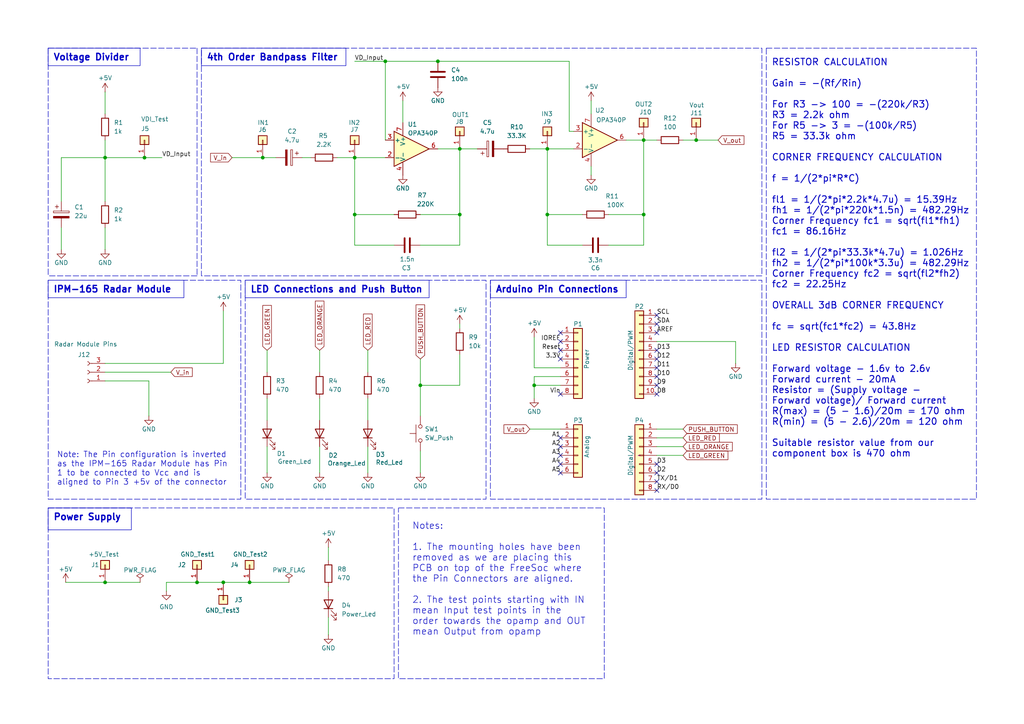
<source format=kicad_sch>
(kicad_sch
	(version 20231120)
	(generator "eeschema")
	(generator_version "8.0")
	(uuid "e63e39d7-6ac0-4ffd-8aa3-1841a4541b55")
	(paper "A4")
	(title_block
		(title "Movement Detector based on IPM-165 Radar Module")
		(date "2024-05-26")
		(rev "Rev 1.2")
		(company "Hochschule Darmstadt")
		(comment 1 "Mahima Desai ; Sree Samanvitha Manoor Vadhoolas")
	)
	(lib_symbols
		(symbol "Amplifier_Operational:OPA340P"
			(pin_names
				(offset 0.127)
			)
			(exclude_from_sim no)
			(in_bom yes)
			(on_board yes)
			(property "Reference" "U"
				(at 0 6.35 0)
				(effects
					(font
						(size 1.27 1.27)
					)
					(justify left)
				)
			)
			(property "Value" "OPA340P"
				(at 0 3.81 0)
				(effects
					(font
						(size 1.27 1.27)
					)
					(justify left)
				)
			)
			(property "Footprint" "Package_DIP:DIP-8_W7.62mm"
				(at -2.54 -5.08 0)
				(effects
					(font
						(size 1.27 1.27)
					)
					(justify left)
					(hide yes)
				)
			)
			(property "Datasheet" "http://www.ti.com/lit/ds/symlink/opa340.pdf"
				(at 3.81 3.81 0)
				(effects
					(font
						(size 1.27 1.27)
					)
					(hide yes)
				)
			)
			(property "Description" "Single Single-Supply, Rail-to-Rail Operational Amplifier, MicroAmplifier Series, DIP-8"
				(at 0 0 0)
				(effects
					(font
						(size 1.27 1.27)
					)
					(hide yes)
				)
			)
			(property "ki_keywords" "single opamp"
				(at 0 0 0)
				(effects
					(font
						(size 1.27 1.27)
					)
					(hide yes)
				)
			)
			(property "ki_fp_filters" "DIP*W7.62mm*"
				(at 0 0 0)
				(effects
					(font
						(size 1.27 1.27)
					)
					(hide yes)
				)
			)
			(symbol "OPA340P_0_1"
				(polyline
					(pts
						(xy -5.08 5.08) (xy 5.08 0) (xy -5.08 -5.08) (xy -5.08 5.08)
					)
					(stroke
						(width 0.254)
						(type default)
					)
					(fill
						(type background)
					)
				)
			)
			(symbol "OPA340P_1_1"
				(pin no_connect line
					(at -5.08 -2.54 90)
					(length 2.54) hide
					(name "NC"
						(effects
							(font
								(size 1.27 1.27)
							)
						)
					)
					(number "1"
						(effects
							(font
								(size 1.27 1.27)
							)
						)
					)
				)
				(pin input line
					(at -7.62 -2.54 0)
					(length 2.54)
					(name "-"
						(effects
							(font
								(size 1.27 1.27)
							)
						)
					)
					(number "2"
						(effects
							(font
								(size 1.27 1.27)
							)
						)
					)
				)
				(pin input line
					(at -7.62 2.54 0)
					(length 2.54)
					(name "+"
						(effects
							(font
								(size 1.27 1.27)
							)
						)
					)
					(number "3"
						(effects
							(font
								(size 1.27 1.27)
							)
						)
					)
				)
				(pin power_in line
					(at -2.54 -7.62 90)
					(length 3.81)
					(name "V-"
						(effects
							(font
								(size 1.27 1.27)
							)
						)
					)
					(number "4"
						(effects
							(font
								(size 1.27 1.27)
							)
						)
					)
				)
				(pin no_connect line
					(at -2.54 -2.54 90)
					(length 2.54) hide
					(name "NC"
						(effects
							(font
								(size 1.27 1.27)
							)
						)
					)
					(number "5"
						(effects
							(font
								(size 1.27 1.27)
							)
						)
					)
				)
				(pin output line
					(at 7.62 0 180)
					(length 2.54)
					(name "~"
						(effects
							(font
								(size 1.27 1.27)
							)
						)
					)
					(number "6"
						(effects
							(font
								(size 1.27 1.27)
							)
						)
					)
				)
				(pin power_in line
					(at -2.54 7.62 270)
					(length 3.81)
					(name "V+"
						(effects
							(font
								(size 1.27 1.27)
							)
						)
					)
					(number "7"
						(effects
							(font
								(size 1.27 1.27)
							)
						)
					)
				)
				(pin no_connect line
					(at 0 -2.54 90)
					(length 2.54) hide
					(name "NC"
						(effects
							(font
								(size 1.27 1.27)
							)
						)
					)
					(number "8"
						(effects
							(font
								(size 1.27 1.27)
							)
						)
					)
				)
			)
		)
		(symbol "Connector:Conn_01x03_Socket"
			(pin_names
				(offset 1.016) hide)
			(exclude_from_sim no)
			(in_bom yes)
			(on_board yes)
			(property "Reference" "J"
				(at 0 5.08 0)
				(effects
					(font
						(size 1.27 1.27)
					)
				)
			)
			(property "Value" "Conn_01x03_Socket"
				(at 0 -5.08 0)
				(effects
					(font
						(size 1.27 1.27)
					)
				)
			)
			(property "Footprint" ""
				(at 0 0 0)
				(effects
					(font
						(size 1.27 1.27)
					)
					(hide yes)
				)
			)
			(property "Datasheet" "~"
				(at 0 0 0)
				(effects
					(font
						(size 1.27 1.27)
					)
					(hide yes)
				)
			)
			(property "Description" "Generic connector, single row, 01x03, script generated"
				(at 0 0 0)
				(effects
					(font
						(size 1.27 1.27)
					)
					(hide yes)
				)
			)
			(property "ki_locked" ""
				(at 0 0 0)
				(effects
					(font
						(size 1.27 1.27)
					)
				)
			)
			(property "ki_keywords" "connector"
				(at 0 0 0)
				(effects
					(font
						(size 1.27 1.27)
					)
					(hide yes)
				)
			)
			(property "ki_fp_filters" "Connector*:*_1x??_*"
				(at 0 0 0)
				(effects
					(font
						(size 1.27 1.27)
					)
					(hide yes)
				)
			)
			(symbol "Conn_01x03_Socket_1_1"
				(arc
					(start 0 -2.032)
					(mid -0.5058 -2.54)
					(end 0 -3.048)
					(stroke
						(width 0.1524)
						(type default)
					)
					(fill
						(type none)
					)
				)
				(polyline
					(pts
						(xy -1.27 -2.54) (xy -0.508 -2.54)
					)
					(stroke
						(width 0.1524)
						(type default)
					)
					(fill
						(type none)
					)
				)
				(polyline
					(pts
						(xy -1.27 0) (xy -0.508 0)
					)
					(stroke
						(width 0.1524)
						(type default)
					)
					(fill
						(type none)
					)
				)
				(polyline
					(pts
						(xy -1.27 2.54) (xy -0.508 2.54)
					)
					(stroke
						(width 0.1524)
						(type default)
					)
					(fill
						(type none)
					)
				)
				(arc
					(start 0 0.508)
					(mid -0.5058 0)
					(end 0 -0.508)
					(stroke
						(width 0.1524)
						(type default)
					)
					(fill
						(type none)
					)
				)
				(arc
					(start 0 3.048)
					(mid -0.5058 2.54)
					(end 0 2.032)
					(stroke
						(width 0.1524)
						(type default)
					)
					(fill
						(type none)
					)
				)
				(pin passive line
					(at -5.08 2.54 0)
					(length 3.81)
					(name "Pin_1"
						(effects
							(font
								(size 1.27 1.27)
							)
						)
					)
					(number "1"
						(effects
							(font
								(size 1.27 1.27)
							)
						)
					)
				)
				(pin passive line
					(at -5.08 0 0)
					(length 3.81)
					(name "Pin_2"
						(effects
							(font
								(size 1.27 1.27)
							)
						)
					)
					(number "2"
						(effects
							(font
								(size 1.27 1.27)
							)
						)
					)
				)
				(pin passive line
					(at -5.08 -2.54 0)
					(length 3.81)
					(name "Pin_3"
						(effects
							(font
								(size 1.27 1.27)
							)
						)
					)
					(number "3"
						(effects
							(font
								(size 1.27 1.27)
							)
						)
					)
				)
			)
		)
		(symbol "Connector_Generic:Conn_01x01"
			(pin_names
				(offset 1.016) hide)
			(exclude_from_sim no)
			(in_bom yes)
			(on_board yes)
			(property "Reference" "J"
				(at 0 2.54 0)
				(effects
					(font
						(size 1.27 1.27)
					)
				)
			)
			(property "Value" "Conn_01x01"
				(at 0 -2.54 0)
				(effects
					(font
						(size 1.27 1.27)
					)
				)
			)
			(property "Footprint" ""
				(at 0 0 0)
				(effects
					(font
						(size 1.27 1.27)
					)
					(hide yes)
				)
			)
			(property "Datasheet" "~"
				(at 0 0 0)
				(effects
					(font
						(size 1.27 1.27)
					)
					(hide yes)
				)
			)
			(property "Description" "Generic connector, single row, 01x01, script generated (kicad-library-utils/schlib/autogen/connector/)"
				(at 0 0 0)
				(effects
					(font
						(size 1.27 1.27)
					)
					(hide yes)
				)
			)
			(property "ki_keywords" "connector"
				(at 0 0 0)
				(effects
					(font
						(size 1.27 1.27)
					)
					(hide yes)
				)
			)
			(property "ki_fp_filters" "Connector*:*_1x??_*"
				(at 0 0 0)
				(effects
					(font
						(size 1.27 1.27)
					)
					(hide yes)
				)
			)
			(symbol "Conn_01x01_1_1"
				(rectangle
					(start -1.27 0.127)
					(end 0 -0.127)
					(stroke
						(width 0.1524)
						(type solid)
					)
					(fill
						(type none)
					)
				)
				(rectangle
					(start -1.27 1.27)
					(end 1.27 -1.27)
					(stroke
						(width 0.254)
						(type solid)
					)
					(fill
						(type background)
					)
				)
				(pin passive line
					(at -5.08 0 0)
					(length 3.81)
					(name "Pin_1"
						(effects
							(font
								(size 1.27 1.27)
							)
						)
					)
					(number "1"
						(effects
							(font
								(size 1.27 1.27)
							)
						)
					)
				)
			)
		)
		(symbol "Connector_Generic:Conn_01x06"
			(pin_names
				(offset 1.016) hide)
			(exclude_from_sim no)
			(in_bom yes)
			(on_board yes)
			(property "Reference" "J"
				(at 0 7.62 0)
				(effects
					(font
						(size 1.27 1.27)
					)
				)
			)
			(property "Value" "Conn_01x06"
				(at 0 -10.16 0)
				(effects
					(font
						(size 1.27 1.27)
					)
				)
			)
			(property "Footprint" ""
				(at 0 0 0)
				(effects
					(font
						(size 1.27 1.27)
					)
					(hide yes)
				)
			)
			(property "Datasheet" "~"
				(at 0 0 0)
				(effects
					(font
						(size 1.27 1.27)
					)
					(hide yes)
				)
			)
			(property "Description" "Generic connector, single row, 01x06, script generated (kicad-library-utils/schlib/autogen/connector/)"
				(at 0 0 0)
				(effects
					(font
						(size 1.27 1.27)
					)
					(hide yes)
				)
			)
			(property "ki_keywords" "connector"
				(at 0 0 0)
				(effects
					(font
						(size 1.27 1.27)
					)
					(hide yes)
				)
			)
			(property "ki_fp_filters" "Connector*:*_1x??_*"
				(at 0 0 0)
				(effects
					(font
						(size 1.27 1.27)
					)
					(hide yes)
				)
			)
			(symbol "Conn_01x06_1_1"
				(rectangle
					(start -1.27 -7.493)
					(end 0 -7.747)
					(stroke
						(width 0.1524)
						(type solid)
					)
					(fill
						(type none)
					)
				)
				(rectangle
					(start -1.27 -4.953)
					(end 0 -5.207)
					(stroke
						(width 0.1524)
						(type solid)
					)
					(fill
						(type none)
					)
				)
				(rectangle
					(start -1.27 -2.413)
					(end 0 -2.667)
					(stroke
						(width 0.1524)
						(type solid)
					)
					(fill
						(type none)
					)
				)
				(rectangle
					(start -1.27 0.127)
					(end 0 -0.127)
					(stroke
						(width 0.1524)
						(type solid)
					)
					(fill
						(type none)
					)
				)
				(rectangle
					(start -1.27 2.667)
					(end 0 2.413)
					(stroke
						(width 0.1524)
						(type solid)
					)
					(fill
						(type none)
					)
				)
				(rectangle
					(start -1.27 5.207)
					(end 0 4.953)
					(stroke
						(width 0.1524)
						(type solid)
					)
					(fill
						(type none)
					)
				)
				(rectangle
					(start -1.27 6.35)
					(end 1.27 -8.89)
					(stroke
						(width 0.254)
						(type solid)
					)
					(fill
						(type background)
					)
				)
				(pin passive line
					(at -5.08 5.08 0)
					(length 3.81)
					(name "Pin_1"
						(effects
							(font
								(size 1.27 1.27)
							)
						)
					)
					(number "1"
						(effects
							(font
								(size 1.27 1.27)
							)
						)
					)
				)
				(pin passive line
					(at -5.08 2.54 0)
					(length 3.81)
					(name "Pin_2"
						(effects
							(font
								(size 1.27 1.27)
							)
						)
					)
					(number "2"
						(effects
							(font
								(size 1.27 1.27)
							)
						)
					)
				)
				(pin passive line
					(at -5.08 0 0)
					(length 3.81)
					(name "Pin_3"
						(effects
							(font
								(size 1.27 1.27)
							)
						)
					)
					(number "3"
						(effects
							(font
								(size 1.27 1.27)
							)
						)
					)
				)
				(pin passive line
					(at -5.08 -2.54 0)
					(length 3.81)
					(name "Pin_4"
						(effects
							(font
								(size 1.27 1.27)
							)
						)
					)
					(number "4"
						(effects
							(font
								(size 1.27 1.27)
							)
						)
					)
				)
				(pin passive line
					(at -5.08 -5.08 0)
					(length 3.81)
					(name "Pin_5"
						(effects
							(font
								(size 1.27 1.27)
							)
						)
					)
					(number "5"
						(effects
							(font
								(size 1.27 1.27)
							)
						)
					)
				)
				(pin passive line
					(at -5.08 -7.62 0)
					(length 3.81)
					(name "Pin_6"
						(effects
							(font
								(size 1.27 1.27)
							)
						)
					)
					(number "6"
						(effects
							(font
								(size 1.27 1.27)
							)
						)
					)
				)
			)
		)
		(symbol "Connector_Generic:Conn_01x08"
			(pin_names
				(offset 1.016) hide)
			(exclude_from_sim no)
			(in_bom yes)
			(on_board yes)
			(property "Reference" "J"
				(at 0 10.16 0)
				(effects
					(font
						(size 1.27 1.27)
					)
				)
			)
			(property "Value" "Conn_01x08"
				(at 0 -12.7 0)
				(effects
					(font
						(size 1.27 1.27)
					)
				)
			)
			(property "Footprint" ""
				(at 0 0 0)
				(effects
					(font
						(size 1.27 1.27)
					)
					(hide yes)
				)
			)
			(property "Datasheet" "~"
				(at 0 0 0)
				(effects
					(font
						(size 1.27 1.27)
					)
					(hide yes)
				)
			)
			(property "Description" "Generic connector, single row, 01x08, script generated (kicad-library-utils/schlib/autogen/connector/)"
				(at 0 0 0)
				(effects
					(font
						(size 1.27 1.27)
					)
					(hide yes)
				)
			)
			(property "ki_keywords" "connector"
				(at 0 0 0)
				(effects
					(font
						(size 1.27 1.27)
					)
					(hide yes)
				)
			)
			(property "ki_fp_filters" "Connector*:*_1x??_*"
				(at 0 0 0)
				(effects
					(font
						(size 1.27 1.27)
					)
					(hide yes)
				)
			)
			(symbol "Conn_01x08_1_1"
				(rectangle
					(start -1.27 -10.033)
					(end 0 -10.287)
					(stroke
						(width 0.1524)
						(type solid)
					)
					(fill
						(type none)
					)
				)
				(rectangle
					(start -1.27 -7.493)
					(end 0 -7.747)
					(stroke
						(width 0.1524)
						(type solid)
					)
					(fill
						(type none)
					)
				)
				(rectangle
					(start -1.27 -4.953)
					(end 0 -5.207)
					(stroke
						(width 0.1524)
						(type solid)
					)
					(fill
						(type none)
					)
				)
				(rectangle
					(start -1.27 -2.413)
					(end 0 -2.667)
					(stroke
						(width 0.1524)
						(type solid)
					)
					(fill
						(type none)
					)
				)
				(rectangle
					(start -1.27 0.127)
					(end 0 -0.127)
					(stroke
						(width 0.1524)
						(type solid)
					)
					(fill
						(type none)
					)
				)
				(rectangle
					(start -1.27 2.667)
					(end 0 2.413)
					(stroke
						(width 0.1524)
						(type solid)
					)
					(fill
						(type none)
					)
				)
				(rectangle
					(start -1.27 5.207)
					(end 0 4.953)
					(stroke
						(width 0.1524)
						(type solid)
					)
					(fill
						(type none)
					)
				)
				(rectangle
					(start -1.27 7.747)
					(end 0 7.493)
					(stroke
						(width 0.1524)
						(type solid)
					)
					(fill
						(type none)
					)
				)
				(rectangle
					(start -1.27 8.89)
					(end 1.27 -11.43)
					(stroke
						(width 0.254)
						(type solid)
					)
					(fill
						(type background)
					)
				)
				(pin passive line
					(at -5.08 7.62 0)
					(length 3.81)
					(name "Pin_1"
						(effects
							(font
								(size 1.27 1.27)
							)
						)
					)
					(number "1"
						(effects
							(font
								(size 1.27 1.27)
							)
						)
					)
				)
				(pin passive line
					(at -5.08 5.08 0)
					(length 3.81)
					(name "Pin_2"
						(effects
							(font
								(size 1.27 1.27)
							)
						)
					)
					(number "2"
						(effects
							(font
								(size 1.27 1.27)
							)
						)
					)
				)
				(pin passive line
					(at -5.08 2.54 0)
					(length 3.81)
					(name "Pin_3"
						(effects
							(font
								(size 1.27 1.27)
							)
						)
					)
					(number "3"
						(effects
							(font
								(size 1.27 1.27)
							)
						)
					)
				)
				(pin passive line
					(at -5.08 0 0)
					(length 3.81)
					(name "Pin_4"
						(effects
							(font
								(size 1.27 1.27)
							)
						)
					)
					(number "4"
						(effects
							(font
								(size 1.27 1.27)
							)
						)
					)
				)
				(pin passive line
					(at -5.08 -2.54 0)
					(length 3.81)
					(name "Pin_5"
						(effects
							(font
								(size 1.27 1.27)
							)
						)
					)
					(number "5"
						(effects
							(font
								(size 1.27 1.27)
							)
						)
					)
				)
				(pin passive line
					(at -5.08 -5.08 0)
					(length 3.81)
					(name "Pin_6"
						(effects
							(font
								(size 1.27 1.27)
							)
						)
					)
					(number "6"
						(effects
							(font
								(size 1.27 1.27)
							)
						)
					)
				)
				(pin passive line
					(at -5.08 -7.62 0)
					(length 3.81)
					(name "Pin_7"
						(effects
							(font
								(size 1.27 1.27)
							)
						)
					)
					(number "7"
						(effects
							(font
								(size 1.27 1.27)
							)
						)
					)
				)
				(pin passive line
					(at -5.08 -10.16 0)
					(length 3.81)
					(name "Pin_8"
						(effects
							(font
								(size 1.27 1.27)
							)
						)
					)
					(number "8"
						(effects
							(font
								(size 1.27 1.27)
							)
						)
					)
				)
			)
		)
		(symbol "Connector_Generic:Conn_01x10"
			(pin_names
				(offset 1.016) hide)
			(exclude_from_sim no)
			(in_bom yes)
			(on_board yes)
			(property "Reference" "J"
				(at 0 12.7 0)
				(effects
					(font
						(size 1.27 1.27)
					)
				)
			)
			(property "Value" "Conn_01x10"
				(at 0 -15.24 0)
				(effects
					(font
						(size 1.27 1.27)
					)
				)
			)
			(property "Footprint" ""
				(at 0 0 0)
				(effects
					(font
						(size 1.27 1.27)
					)
					(hide yes)
				)
			)
			(property "Datasheet" "~"
				(at 0 0 0)
				(effects
					(font
						(size 1.27 1.27)
					)
					(hide yes)
				)
			)
			(property "Description" "Generic connector, single row, 01x10, script generated (kicad-library-utils/schlib/autogen/connector/)"
				(at 0 0 0)
				(effects
					(font
						(size 1.27 1.27)
					)
					(hide yes)
				)
			)
			(property "ki_keywords" "connector"
				(at 0 0 0)
				(effects
					(font
						(size 1.27 1.27)
					)
					(hide yes)
				)
			)
			(property "ki_fp_filters" "Connector*:*_1x??_*"
				(at 0 0 0)
				(effects
					(font
						(size 1.27 1.27)
					)
					(hide yes)
				)
			)
			(symbol "Conn_01x10_1_1"
				(rectangle
					(start -1.27 -12.573)
					(end 0 -12.827)
					(stroke
						(width 0.1524)
						(type solid)
					)
					(fill
						(type none)
					)
				)
				(rectangle
					(start -1.27 -10.033)
					(end 0 -10.287)
					(stroke
						(width 0.1524)
						(type solid)
					)
					(fill
						(type none)
					)
				)
				(rectangle
					(start -1.27 -7.493)
					(end 0 -7.747)
					(stroke
						(width 0.1524)
						(type solid)
					)
					(fill
						(type none)
					)
				)
				(rectangle
					(start -1.27 -4.953)
					(end 0 -5.207)
					(stroke
						(width 0.1524)
						(type solid)
					)
					(fill
						(type none)
					)
				)
				(rectangle
					(start -1.27 -2.413)
					(end 0 -2.667)
					(stroke
						(width 0.1524)
						(type solid)
					)
					(fill
						(type none)
					)
				)
				(rectangle
					(start -1.27 0.127)
					(end 0 -0.127)
					(stroke
						(width 0.1524)
						(type solid)
					)
					(fill
						(type none)
					)
				)
				(rectangle
					(start -1.27 2.667)
					(end 0 2.413)
					(stroke
						(width 0.1524)
						(type solid)
					)
					(fill
						(type none)
					)
				)
				(rectangle
					(start -1.27 5.207)
					(end 0 4.953)
					(stroke
						(width 0.1524)
						(type solid)
					)
					(fill
						(type none)
					)
				)
				(rectangle
					(start -1.27 7.747)
					(end 0 7.493)
					(stroke
						(width 0.1524)
						(type solid)
					)
					(fill
						(type none)
					)
				)
				(rectangle
					(start -1.27 10.287)
					(end 0 10.033)
					(stroke
						(width 0.1524)
						(type solid)
					)
					(fill
						(type none)
					)
				)
				(rectangle
					(start -1.27 11.43)
					(end 1.27 -13.97)
					(stroke
						(width 0.254)
						(type solid)
					)
					(fill
						(type background)
					)
				)
				(pin passive line
					(at -5.08 10.16 0)
					(length 3.81)
					(name "Pin_1"
						(effects
							(font
								(size 1.27 1.27)
							)
						)
					)
					(number "1"
						(effects
							(font
								(size 1.27 1.27)
							)
						)
					)
				)
				(pin passive line
					(at -5.08 -12.7 0)
					(length 3.81)
					(name "Pin_10"
						(effects
							(font
								(size 1.27 1.27)
							)
						)
					)
					(number "10"
						(effects
							(font
								(size 1.27 1.27)
							)
						)
					)
				)
				(pin passive line
					(at -5.08 7.62 0)
					(length 3.81)
					(name "Pin_2"
						(effects
							(font
								(size 1.27 1.27)
							)
						)
					)
					(number "2"
						(effects
							(font
								(size 1.27 1.27)
							)
						)
					)
				)
				(pin passive line
					(at -5.08 5.08 0)
					(length 3.81)
					(name "Pin_3"
						(effects
							(font
								(size 1.27 1.27)
							)
						)
					)
					(number "3"
						(effects
							(font
								(size 1.27 1.27)
							)
						)
					)
				)
				(pin passive line
					(at -5.08 2.54 0)
					(length 3.81)
					(name "Pin_4"
						(effects
							(font
								(size 1.27 1.27)
							)
						)
					)
					(number "4"
						(effects
							(font
								(size 1.27 1.27)
							)
						)
					)
				)
				(pin passive line
					(at -5.08 0 0)
					(length 3.81)
					(name "Pin_5"
						(effects
							(font
								(size 1.27 1.27)
							)
						)
					)
					(number "5"
						(effects
							(font
								(size 1.27 1.27)
							)
						)
					)
				)
				(pin passive line
					(at -5.08 -2.54 0)
					(length 3.81)
					(name "Pin_6"
						(effects
							(font
								(size 1.27 1.27)
							)
						)
					)
					(number "6"
						(effects
							(font
								(size 1.27 1.27)
							)
						)
					)
				)
				(pin passive line
					(at -5.08 -5.08 0)
					(length 3.81)
					(name "Pin_7"
						(effects
							(font
								(size 1.27 1.27)
							)
						)
					)
					(number "7"
						(effects
							(font
								(size 1.27 1.27)
							)
						)
					)
				)
				(pin passive line
					(at -5.08 -7.62 0)
					(length 3.81)
					(name "Pin_8"
						(effects
							(font
								(size 1.27 1.27)
							)
						)
					)
					(number "8"
						(effects
							(font
								(size 1.27 1.27)
							)
						)
					)
				)
				(pin passive line
					(at -5.08 -10.16 0)
					(length 3.81)
					(name "Pin_9"
						(effects
							(font
								(size 1.27 1.27)
							)
						)
					)
					(number "9"
						(effects
							(font
								(size 1.27 1.27)
							)
						)
					)
				)
			)
		)
		(symbol "Device:C"
			(pin_numbers hide)
			(pin_names
				(offset 0.254)
			)
			(exclude_from_sim no)
			(in_bom yes)
			(on_board yes)
			(property "Reference" "C"
				(at 0.635 2.54 0)
				(effects
					(font
						(size 1.27 1.27)
					)
					(justify left)
				)
			)
			(property "Value" "C"
				(at 0.635 -2.54 0)
				(effects
					(font
						(size 1.27 1.27)
					)
					(justify left)
				)
			)
			(property "Footprint" ""
				(at 0.9652 -3.81 0)
				(effects
					(font
						(size 1.27 1.27)
					)
					(hide yes)
				)
			)
			(property "Datasheet" "~"
				(at 0 0 0)
				(effects
					(font
						(size 1.27 1.27)
					)
					(hide yes)
				)
			)
			(property "Description" "Unpolarized capacitor"
				(at 0 0 0)
				(effects
					(font
						(size 1.27 1.27)
					)
					(hide yes)
				)
			)
			(property "ki_keywords" "cap capacitor"
				(at 0 0 0)
				(effects
					(font
						(size 1.27 1.27)
					)
					(hide yes)
				)
			)
			(property "ki_fp_filters" "C_*"
				(at 0 0 0)
				(effects
					(font
						(size 1.27 1.27)
					)
					(hide yes)
				)
			)
			(symbol "C_0_1"
				(polyline
					(pts
						(xy -2.032 -0.762) (xy 2.032 -0.762)
					)
					(stroke
						(width 0.508)
						(type default)
					)
					(fill
						(type none)
					)
				)
				(polyline
					(pts
						(xy -2.032 0.762) (xy 2.032 0.762)
					)
					(stroke
						(width 0.508)
						(type default)
					)
					(fill
						(type none)
					)
				)
			)
			(symbol "C_1_1"
				(pin passive line
					(at 0 3.81 270)
					(length 2.794)
					(name "~"
						(effects
							(font
								(size 1.27 1.27)
							)
						)
					)
					(number "1"
						(effects
							(font
								(size 1.27 1.27)
							)
						)
					)
				)
				(pin passive line
					(at 0 -3.81 90)
					(length 2.794)
					(name "~"
						(effects
							(font
								(size 1.27 1.27)
							)
						)
					)
					(number "2"
						(effects
							(font
								(size 1.27 1.27)
							)
						)
					)
				)
			)
		)
		(symbol "Device:C_Polarized"
			(pin_numbers hide)
			(pin_names
				(offset 0.254)
			)
			(exclude_from_sim no)
			(in_bom yes)
			(on_board yes)
			(property "Reference" "C"
				(at 0.635 2.54 0)
				(effects
					(font
						(size 1.27 1.27)
					)
					(justify left)
				)
			)
			(property "Value" "C_Polarized"
				(at 0.635 -2.54 0)
				(effects
					(font
						(size 1.27 1.27)
					)
					(justify left)
				)
			)
			(property "Footprint" ""
				(at 0.9652 -3.81 0)
				(effects
					(font
						(size 1.27 1.27)
					)
					(hide yes)
				)
			)
			(property "Datasheet" "~"
				(at 0 0 0)
				(effects
					(font
						(size 1.27 1.27)
					)
					(hide yes)
				)
			)
			(property "Description" "Polarized capacitor"
				(at 0 0 0)
				(effects
					(font
						(size 1.27 1.27)
					)
					(hide yes)
				)
			)
			(property "ki_keywords" "cap capacitor"
				(at 0 0 0)
				(effects
					(font
						(size 1.27 1.27)
					)
					(hide yes)
				)
			)
			(property "ki_fp_filters" "CP_*"
				(at 0 0 0)
				(effects
					(font
						(size 1.27 1.27)
					)
					(hide yes)
				)
			)
			(symbol "C_Polarized_0_1"
				(rectangle
					(start -2.286 0.508)
					(end 2.286 1.016)
					(stroke
						(width 0)
						(type default)
					)
					(fill
						(type none)
					)
				)
				(polyline
					(pts
						(xy -1.778 2.286) (xy -0.762 2.286)
					)
					(stroke
						(width 0)
						(type default)
					)
					(fill
						(type none)
					)
				)
				(polyline
					(pts
						(xy -1.27 2.794) (xy -1.27 1.778)
					)
					(stroke
						(width 0)
						(type default)
					)
					(fill
						(type none)
					)
				)
				(rectangle
					(start 2.286 -0.508)
					(end -2.286 -1.016)
					(stroke
						(width 0)
						(type default)
					)
					(fill
						(type outline)
					)
				)
			)
			(symbol "C_Polarized_1_1"
				(pin passive line
					(at 0 3.81 270)
					(length 2.794)
					(name "~"
						(effects
							(font
								(size 1.27 1.27)
							)
						)
					)
					(number "1"
						(effects
							(font
								(size 1.27 1.27)
							)
						)
					)
				)
				(pin passive line
					(at 0 -3.81 90)
					(length 2.794)
					(name "~"
						(effects
							(font
								(size 1.27 1.27)
							)
						)
					)
					(number "2"
						(effects
							(font
								(size 1.27 1.27)
							)
						)
					)
				)
			)
		)
		(symbol "Device:LED"
			(pin_numbers hide)
			(pin_names
				(offset 1.016) hide)
			(exclude_from_sim no)
			(in_bom yes)
			(on_board yes)
			(property "Reference" "D"
				(at 0 2.54 0)
				(effects
					(font
						(size 1.27 1.27)
					)
				)
			)
			(property "Value" "LED"
				(at 0 -2.54 0)
				(effects
					(font
						(size 1.27 1.27)
					)
				)
			)
			(property "Footprint" ""
				(at 0 0 0)
				(effects
					(font
						(size 1.27 1.27)
					)
					(hide yes)
				)
			)
			(property "Datasheet" "~"
				(at 0 0 0)
				(effects
					(font
						(size 1.27 1.27)
					)
					(hide yes)
				)
			)
			(property "Description" "Light emitting diode"
				(at 0 0 0)
				(effects
					(font
						(size 1.27 1.27)
					)
					(hide yes)
				)
			)
			(property "ki_keywords" "LED diode"
				(at 0 0 0)
				(effects
					(font
						(size 1.27 1.27)
					)
					(hide yes)
				)
			)
			(property "ki_fp_filters" "LED* LED_SMD:* LED_THT:*"
				(at 0 0 0)
				(effects
					(font
						(size 1.27 1.27)
					)
					(hide yes)
				)
			)
			(symbol "LED_0_1"
				(polyline
					(pts
						(xy -1.27 -1.27) (xy -1.27 1.27)
					)
					(stroke
						(width 0.254)
						(type default)
					)
					(fill
						(type none)
					)
				)
				(polyline
					(pts
						(xy -1.27 0) (xy 1.27 0)
					)
					(stroke
						(width 0)
						(type default)
					)
					(fill
						(type none)
					)
				)
				(polyline
					(pts
						(xy 1.27 -1.27) (xy 1.27 1.27) (xy -1.27 0) (xy 1.27 -1.27)
					)
					(stroke
						(width 0.254)
						(type default)
					)
					(fill
						(type none)
					)
				)
				(polyline
					(pts
						(xy -3.048 -0.762) (xy -4.572 -2.286) (xy -3.81 -2.286) (xy -4.572 -2.286) (xy -4.572 -1.524)
					)
					(stroke
						(width 0)
						(type default)
					)
					(fill
						(type none)
					)
				)
				(polyline
					(pts
						(xy -1.778 -0.762) (xy -3.302 -2.286) (xy -2.54 -2.286) (xy -3.302 -2.286) (xy -3.302 -1.524)
					)
					(stroke
						(width 0)
						(type default)
					)
					(fill
						(type none)
					)
				)
			)
			(symbol "LED_1_1"
				(pin passive line
					(at -3.81 0 0)
					(length 2.54)
					(name "K"
						(effects
							(font
								(size 1.27 1.27)
							)
						)
					)
					(number "1"
						(effects
							(font
								(size 1.27 1.27)
							)
						)
					)
				)
				(pin passive line
					(at 3.81 0 180)
					(length 2.54)
					(name "A"
						(effects
							(font
								(size 1.27 1.27)
							)
						)
					)
					(number "2"
						(effects
							(font
								(size 1.27 1.27)
							)
						)
					)
				)
			)
		)
		(symbol "Device:R"
			(pin_numbers hide)
			(pin_names
				(offset 0)
			)
			(exclude_from_sim no)
			(in_bom yes)
			(on_board yes)
			(property "Reference" "R"
				(at 2.032 0 90)
				(effects
					(font
						(size 1.27 1.27)
					)
				)
			)
			(property "Value" "R"
				(at 0 0 90)
				(effects
					(font
						(size 1.27 1.27)
					)
				)
			)
			(property "Footprint" ""
				(at -1.778 0 90)
				(effects
					(font
						(size 1.27 1.27)
					)
					(hide yes)
				)
			)
			(property "Datasheet" "~"
				(at 0 0 0)
				(effects
					(font
						(size 1.27 1.27)
					)
					(hide yes)
				)
			)
			(property "Description" "Resistor"
				(at 0 0 0)
				(effects
					(font
						(size 1.27 1.27)
					)
					(hide yes)
				)
			)
			(property "ki_keywords" "R res resistor"
				(at 0 0 0)
				(effects
					(font
						(size 1.27 1.27)
					)
					(hide yes)
				)
			)
			(property "ki_fp_filters" "R_*"
				(at 0 0 0)
				(effects
					(font
						(size 1.27 1.27)
					)
					(hide yes)
				)
			)
			(symbol "R_0_1"
				(rectangle
					(start -1.016 -2.54)
					(end 1.016 2.54)
					(stroke
						(width 0.254)
						(type default)
					)
					(fill
						(type none)
					)
				)
			)
			(symbol "R_1_1"
				(pin passive line
					(at 0 3.81 270)
					(length 1.27)
					(name "~"
						(effects
							(font
								(size 1.27 1.27)
							)
						)
					)
					(number "1"
						(effects
							(font
								(size 1.27 1.27)
							)
						)
					)
				)
				(pin passive line
					(at 0 -3.81 90)
					(length 1.27)
					(name "~"
						(effects
							(font
								(size 1.27 1.27)
							)
						)
					)
					(number "2"
						(effects
							(font
								(size 1.27 1.27)
							)
						)
					)
				)
			)
		)
		(symbol "Switch:SW_Push"
			(pin_numbers hide)
			(pin_names
				(offset 1.016) hide)
			(exclude_from_sim no)
			(in_bom yes)
			(on_board yes)
			(property "Reference" "SW"
				(at 1.27 2.54 0)
				(effects
					(font
						(size 1.27 1.27)
					)
					(justify left)
				)
			)
			(property "Value" "SW_Push"
				(at 0 -1.524 0)
				(effects
					(font
						(size 1.27 1.27)
					)
				)
			)
			(property "Footprint" ""
				(at 0 5.08 0)
				(effects
					(font
						(size 1.27 1.27)
					)
					(hide yes)
				)
			)
			(property "Datasheet" "~"
				(at 0 5.08 0)
				(effects
					(font
						(size 1.27 1.27)
					)
					(hide yes)
				)
			)
			(property "Description" "Push button switch, generic, two pins"
				(at 0 0 0)
				(effects
					(font
						(size 1.27 1.27)
					)
					(hide yes)
				)
			)
			(property "ki_keywords" "switch normally-open pushbutton push-button"
				(at 0 0 0)
				(effects
					(font
						(size 1.27 1.27)
					)
					(hide yes)
				)
			)
			(symbol "SW_Push_0_1"
				(circle
					(center -2.032 0)
					(radius 0.508)
					(stroke
						(width 0)
						(type default)
					)
					(fill
						(type none)
					)
				)
				(polyline
					(pts
						(xy 0 1.27) (xy 0 3.048)
					)
					(stroke
						(width 0)
						(type default)
					)
					(fill
						(type none)
					)
				)
				(polyline
					(pts
						(xy 2.54 1.27) (xy -2.54 1.27)
					)
					(stroke
						(width 0)
						(type default)
					)
					(fill
						(type none)
					)
				)
				(circle
					(center 2.032 0)
					(radius 0.508)
					(stroke
						(width 0)
						(type default)
					)
					(fill
						(type none)
					)
				)
				(pin passive line
					(at -5.08 0 0)
					(length 2.54)
					(name "1"
						(effects
							(font
								(size 1.27 1.27)
							)
						)
					)
					(number "1"
						(effects
							(font
								(size 1.27 1.27)
							)
						)
					)
				)
				(pin passive line
					(at 5.08 0 180)
					(length 2.54)
					(name "2"
						(effects
							(font
								(size 1.27 1.27)
							)
						)
					)
					(number "2"
						(effects
							(font
								(size 1.27 1.27)
							)
						)
					)
				)
			)
		)
		(symbol "power:+5V"
			(power)
			(pin_numbers hide)
			(pin_names
				(offset 0) hide)
			(exclude_from_sim no)
			(in_bom yes)
			(on_board yes)
			(property "Reference" "#PWR"
				(at 0 -3.81 0)
				(effects
					(font
						(size 1.27 1.27)
					)
					(hide yes)
				)
			)
			(property "Value" "+5V"
				(at 0 3.556 0)
				(effects
					(font
						(size 1.27 1.27)
					)
				)
			)
			(property "Footprint" ""
				(at 0 0 0)
				(effects
					(font
						(size 1.27 1.27)
					)
					(hide yes)
				)
			)
			(property "Datasheet" ""
				(at 0 0 0)
				(effects
					(font
						(size 1.27 1.27)
					)
					(hide yes)
				)
			)
			(property "Description" "Power symbol creates a global label with name \"+5V\""
				(at 0 0 0)
				(effects
					(font
						(size 1.27 1.27)
					)
					(hide yes)
				)
			)
			(property "ki_keywords" "global power"
				(at 0 0 0)
				(effects
					(font
						(size 1.27 1.27)
					)
					(hide yes)
				)
			)
			(symbol "+5V_0_1"
				(polyline
					(pts
						(xy -0.762 1.27) (xy 0 2.54)
					)
					(stroke
						(width 0)
						(type default)
					)
					(fill
						(type none)
					)
				)
				(polyline
					(pts
						(xy 0 0) (xy 0 2.54)
					)
					(stroke
						(width 0)
						(type default)
					)
					(fill
						(type none)
					)
				)
				(polyline
					(pts
						(xy 0 2.54) (xy 0.762 1.27)
					)
					(stroke
						(width 0)
						(type default)
					)
					(fill
						(type none)
					)
				)
			)
			(symbol "+5V_1_1"
				(pin power_in line
					(at 0 0 90)
					(length 0)
					(name "~"
						(effects
							(font
								(size 1.27 1.27)
							)
						)
					)
					(number "1"
						(effects
							(font
								(size 1.27 1.27)
							)
						)
					)
				)
			)
		)
		(symbol "power:GND"
			(power)
			(pin_numbers hide)
			(pin_names
				(offset 0) hide)
			(exclude_from_sim no)
			(in_bom yes)
			(on_board yes)
			(property "Reference" "#PWR"
				(at 0 -6.35 0)
				(effects
					(font
						(size 1.27 1.27)
					)
					(hide yes)
				)
			)
			(property "Value" "GND"
				(at 0 -3.81 0)
				(effects
					(font
						(size 1.27 1.27)
					)
				)
			)
			(property "Footprint" ""
				(at 0 0 0)
				(effects
					(font
						(size 1.27 1.27)
					)
					(hide yes)
				)
			)
			(property "Datasheet" ""
				(at 0 0 0)
				(effects
					(font
						(size 1.27 1.27)
					)
					(hide yes)
				)
			)
			(property "Description" "Power symbol creates a global label with name \"GND\" , ground"
				(at 0 0 0)
				(effects
					(font
						(size 1.27 1.27)
					)
					(hide yes)
				)
			)
			(property "ki_keywords" "global power"
				(at 0 0 0)
				(effects
					(font
						(size 1.27 1.27)
					)
					(hide yes)
				)
			)
			(symbol "GND_0_1"
				(polyline
					(pts
						(xy 0 0) (xy 0 -1.27) (xy 1.27 -1.27) (xy 0 -2.54) (xy -1.27 -1.27) (xy 0 -1.27)
					)
					(stroke
						(width 0)
						(type default)
					)
					(fill
						(type none)
					)
				)
			)
			(symbol "GND_1_1"
				(pin power_in line
					(at 0 0 270)
					(length 0)
					(name "~"
						(effects
							(font
								(size 1.27 1.27)
							)
						)
					)
					(number "1"
						(effects
							(font
								(size 1.27 1.27)
							)
						)
					)
				)
			)
		)
		(symbol "power:PWR_FLAG"
			(power)
			(pin_numbers hide)
			(pin_names
				(offset 0) hide)
			(exclude_from_sim no)
			(in_bom yes)
			(on_board yes)
			(property "Reference" "#FLG"
				(at 0 1.905 0)
				(effects
					(font
						(size 1.27 1.27)
					)
					(hide yes)
				)
			)
			(property "Value" "PWR_FLAG"
				(at 0 3.81 0)
				(effects
					(font
						(size 1.27 1.27)
					)
				)
			)
			(property "Footprint" ""
				(at 0 0 0)
				(effects
					(font
						(size 1.27 1.27)
					)
					(hide yes)
				)
			)
			(property "Datasheet" "~"
				(at 0 0 0)
				(effects
					(font
						(size 1.27 1.27)
					)
					(hide yes)
				)
			)
			(property "Description" "Special symbol for telling ERC where power comes from"
				(at 0 0 0)
				(effects
					(font
						(size 1.27 1.27)
					)
					(hide yes)
				)
			)
			(property "ki_keywords" "flag power"
				(at 0 0 0)
				(effects
					(font
						(size 1.27 1.27)
					)
					(hide yes)
				)
			)
			(symbol "PWR_FLAG_0_0"
				(pin power_out line
					(at 0 0 90)
					(length 0)
					(name "~"
						(effects
							(font
								(size 1.27 1.27)
							)
						)
					)
					(number "1"
						(effects
							(font
								(size 1.27 1.27)
							)
						)
					)
				)
			)
			(symbol "PWR_FLAG_0_1"
				(polyline
					(pts
						(xy 0 0) (xy 0 1.27) (xy -1.016 1.905) (xy 0 2.54) (xy 1.016 1.905) (xy 0 1.27)
					)
					(stroke
						(width 0)
						(type default)
					)
					(fill
						(type none)
					)
				)
			)
		)
	)
	(junction
		(at 111.76 17.78)
		(diameter 0)
		(color 0 0 0 0)
		(uuid "146961a3-392a-4c47-8033-8262f35c3250")
	)
	(junction
		(at 154.94 111.76)
		(diameter 0)
		(color 0 0 0 0)
		(uuid "25649c13-44d3-4eda-92a2-2cfcb0a025ab")
	)
	(junction
		(at 133.35 62.23)
		(diameter 0)
		(color 0 0 0 0)
		(uuid "53972fa6-37d0-4200-9b75-7deb621fcb40")
	)
	(junction
		(at 121.92 111.76)
		(diameter 0)
		(color 0 0 0 0)
		(uuid "602f5e14-9002-40c7-b552-b14487620c49")
	)
	(junction
		(at 76.2 45.72)
		(diameter 0)
		(color 0 0 0 0)
		(uuid "6683b40e-42f6-4697-b3c5-c5712fcc83dd")
	)
	(junction
		(at 127 17.78)
		(diameter 0)
		(color 0 0 0 0)
		(uuid "74e91d0b-9f0c-41cf-94e3-ac31f1b1445f")
	)
	(junction
		(at 186.69 40.64)
		(diameter 0)
		(color 0 0 0 0)
		(uuid "783be08f-f330-430d-9783-0ea0cc6204ac")
	)
	(junction
		(at 72.39 168.91)
		(diameter 0)
		(color 0 0 0 0)
		(uuid "79c810d0-1e2b-4e73-8097-37c7eed1b838")
	)
	(junction
		(at 102.87 62.23)
		(diameter 0)
		(color 0 0 0 0)
		(uuid "9f09633c-2540-462d-8678-b5b70ea2ce95")
	)
	(junction
		(at 186.69 62.23)
		(diameter 0)
		(color 0 0 0 0)
		(uuid "a4207a49-d0c5-48df-a17a-c6357cc59c98")
	)
	(junction
		(at 158.75 43.18)
		(diameter 0)
		(color 0 0 0 0)
		(uuid "ab9502df-35f2-417b-80b4-2de32eebcbb5")
	)
	(junction
		(at 133.35 43.18)
		(diameter 0)
		(color 0 0 0 0)
		(uuid "aceb2aa3-253a-40ab-9506-abfd200fb0b8")
	)
	(junction
		(at 57.15 168.91)
		(diameter 0)
		(color 0 0 0 0)
		(uuid "bb50fc7e-4f09-4899-a922-9d601c6a79cb")
	)
	(junction
		(at 41.91 45.72)
		(diameter 0)
		(color 0 0 0 0)
		(uuid "d05b708d-413a-465d-a459-7133037abc87")
	)
	(junction
		(at 30.48 168.91)
		(diameter 0)
		(color 0 0 0 0)
		(uuid "d070fcb6-1a99-424d-a9dd-35eff52bba37")
	)
	(junction
		(at 201.93 40.64)
		(diameter 0)
		(color 0 0 0 0)
		(uuid "d08fed32-eac5-4a2e-ba04-f72badd6c68d")
	)
	(junction
		(at 158.75 62.23)
		(diameter 0)
		(color 0 0 0 0)
		(uuid "e9588002-6e67-43e7-8e45-630eba7b725c")
	)
	(junction
		(at 102.87 45.72)
		(diameter 0)
		(color 0 0 0 0)
		(uuid "f8f13e83-efa3-4b9b-a8c4-b44a697909ce")
	)
	(junction
		(at 30.48 45.72)
		(diameter 0)
		(color 0 0 0 0)
		(uuid "fd9e4430-64e0-456e-b1f5-f857e4b6a271")
	)
	(junction
		(at 64.77 168.91)
		(diameter 0)
		(color 0 0 0 0)
		(uuid "ff7b4199-b9e9-4e93-b530-1821f0f3e82b")
	)
	(no_connect
		(at 190.5 134.62)
		(uuid "07a12bc1-bcf4-4ea2-a62d-368d3c84477b")
	)
	(no_connect
		(at 190.5 139.7)
		(uuid "0b744853-3e7b-4837-a208-84d16d27ab02")
	)
	(no_connect
		(at 162.56 104.14)
		(uuid "1dc992ba-79cc-40ff-81f8-d4a0975ab922")
	)
	(no_connect
		(at 190.5 93.98)
		(uuid "2377d20a-0e07-443f-af30-ef6e230037c6")
	)
	(no_connect
		(at 162.56 132.08)
		(uuid "2553f5bf-9285-4b17-b722-1e759547d7a3")
	)
	(no_connect
		(at 190.5 137.16)
		(uuid "341ab54e-ad57-4c48-a2d3-efd4ae3ba9d6")
	)
	(no_connect
		(at 162.56 114.3)
		(uuid "412ff369-56a8-441c-8a58-a7f4c86ef46b")
	)
	(no_connect
		(at 162.56 137.16)
		(uuid "42da56e0-b21d-41d9-bfca-626a5e884acb")
	)
	(no_connect
		(at 190.5 96.52)
		(uuid "5724e22a-8761-436a-860d-050e95ef3b82")
	)
	(no_connect
		(at 190.5 106.68)
		(uuid "65032fa8-8e5b-4299-bd80-3e84852aa868")
	)
	(no_connect
		(at 190.5 142.24)
		(uuid "7700760a-2cca-4b08-8174-af83de361c8d")
	)
	(no_connect
		(at 190.5 111.76)
		(uuid "7b1cc7a0-37cf-4eea-b4e1-7554ac86c549")
	)
	(no_connect
		(at 190.5 109.22)
		(uuid "85d4a740-802f-41f7-92b1-3e85f490f955")
	)
	(no_connect
		(at 162.56 101.6)
		(uuid "8857c23e-cc02-4ff7-942d-f20f5b4c2051")
	)
	(no_connect
		(at 162.56 129.54)
		(uuid "8aa4efee-465e-4997-a49e-3a1ac32689b3")
	)
	(no_connect
		(at 190.5 101.6)
		(uuid "9d76e7a2-0d54-48fc-a84c-261e606073f0")
	)
	(no_connect
		(at 190.5 114.3)
		(uuid "bfc2979c-ce1a-4575-a9f5-d807f9c3a7c6")
	)
	(no_connect
		(at 162.56 134.62)
		(uuid "cd81d42b-ebaa-4d29-ae7d-4697d26d0162")
	)
	(no_connect
		(at 162.56 96.52)
		(uuid "d181157c-7812-47e5-a0cf-9580c905fc86")
	)
	(no_connect
		(at 190.5 91.44)
		(uuid "d2b650e4-c4d8-430b-8880-0980469410fb")
	)
	(no_connect
		(at 190.5 104.14)
		(uuid "d7d345f1-1bf4-4a54-84e8-fb654974855b")
	)
	(no_connect
		(at 162.56 99.06)
		(uuid "e0ccb2ff-a975-4af8-8c8c-451f0957aa77")
	)
	(no_connect
		(at 162.56 127)
		(uuid "ee531cc7-bfb7-4cb1-b543-0dfbb08fa263")
	)
	(wire
		(pts
			(xy 64.77 168.91) (xy 72.39 168.91)
		)
		(stroke
			(width 0)
			(type default)
		)
		(uuid "01f936cb-94c3-4a52-9493-38c403ce2e98")
	)
	(wire
		(pts
			(xy 121.92 104.14) (xy 121.92 111.76)
		)
		(stroke
			(width 0)
			(type default)
		)
		(uuid "02871a56-6113-467b-bf2a-3a7a33afc7c0")
	)
	(wire
		(pts
			(xy 154.94 111.76) (xy 154.94 115.57)
		)
		(stroke
			(width 0)
			(type default)
		)
		(uuid "03175394-72bd-4087-b788-8110a7806ca5")
	)
	(wire
		(pts
			(xy 158.75 43.18) (xy 166.37 43.18)
		)
		(stroke
			(width 0)
			(type default)
		)
		(uuid "056b2691-08ba-4647-aab1-050deea368e0")
	)
	(wire
		(pts
			(xy 121.92 130.81) (xy 121.92 137.16)
		)
		(stroke
			(width 0)
			(type default)
		)
		(uuid "091fbef4-de48-49e5-8258-e102aaeff46c")
	)
	(wire
		(pts
			(xy 92.71 101.6) (xy 92.71 107.95)
		)
		(stroke
			(width 0)
			(type default)
		)
		(uuid "0d9209fc-52b5-4614-bd7e-dee214719dec")
	)
	(wire
		(pts
			(xy 106.68 101.6) (xy 106.68 107.95)
		)
		(stroke
			(width 0)
			(type default)
		)
		(uuid "1033918a-4a58-4afd-a808-3b90fa6a95d9")
	)
	(wire
		(pts
			(xy 127 17.78) (xy 165.1 17.78)
		)
		(stroke
			(width 0)
			(type default)
		)
		(uuid "11b67577-a744-4c5c-8981-0605030f0e74")
	)
	(wire
		(pts
			(xy 102.87 62.23) (xy 114.3 62.23)
		)
		(stroke
			(width 0)
			(type default)
		)
		(uuid "1571ed1a-4da1-4bf4-a890-0a659f4e01db")
	)
	(wire
		(pts
			(xy 154.94 97.79) (xy 154.94 106.68)
		)
		(stroke
			(width 0)
			(type solid)
		)
		(uuid "1697f3e5-4b4f-462b-afaa-92c5edf4e0b8")
	)
	(wire
		(pts
			(xy 30.48 40.64) (xy 30.48 45.72)
		)
		(stroke
			(width 0)
			(type default)
		)
		(uuid "17031ba2-4f00-4e90-867f-172c57df5623")
	)
	(wire
		(pts
			(xy 186.69 40.64) (xy 186.69 62.23)
		)
		(stroke
			(width 0)
			(type default)
		)
		(uuid "18aed22f-d391-47bc-a58e-9f13e459cb16")
	)
	(wire
		(pts
			(xy 171.45 50.8) (xy 171.45 48.26)
		)
		(stroke
			(width 0)
			(type default)
		)
		(uuid "18f759d8-5186-4ab4-84b8-79c79a33f557")
	)
	(wire
		(pts
			(xy 116.84 29.21) (xy 116.84 35.56)
		)
		(stroke
			(width 0)
			(type default)
		)
		(uuid "197f95e6-7fa4-479d-937f-fe9894ad1be8")
	)
	(wire
		(pts
			(xy 67.31 45.72) (xy 76.2 45.72)
		)
		(stroke
			(width 0)
			(type default)
		)
		(uuid "1a1f98af-5768-4cfb-bb1f-be11d4020687")
	)
	(wire
		(pts
			(xy 48.26 168.91) (xy 48.26 171.45)
		)
		(stroke
			(width 0)
			(type default)
		)
		(uuid "1acace73-b391-418f-8f31-380a0da35750")
	)
	(wire
		(pts
			(xy 165.1 17.78) (xy 165.1 38.1)
		)
		(stroke
			(width 0)
			(type default)
		)
		(uuid "1ba6f38c-9643-4d73-b237-e6d658c7040f")
	)
	(wire
		(pts
			(xy 154.94 109.22) (xy 154.94 111.76)
		)
		(stroke
			(width 0)
			(type solid)
		)
		(uuid "1c31b835-925f-4a5c-92df-8f2558bb711b")
	)
	(wire
		(pts
			(xy 111.76 17.78) (xy 111.76 40.64)
		)
		(stroke
			(width 0)
			(type default)
		)
		(uuid "28c290ce-8327-4554-882c-35ba144cbb35")
	)
	(wire
		(pts
			(xy 30.48 66.04) (xy 30.48 72.39)
		)
		(stroke
			(width 0)
			(type default)
		)
		(uuid "2e071f00-73df-446c-82ef-ce9f7fb2137f")
	)
	(wire
		(pts
			(xy 154.94 106.68) (xy 162.56 106.68)
		)
		(stroke
			(width 0)
			(type solid)
		)
		(uuid "3661f80c-fef8-4441-83be-df8930b3b45e")
	)
	(wire
		(pts
			(xy 17.78 66.04) (xy 17.78 72.39)
		)
		(stroke
			(width 0)
			(type default)
		)
		(uuid "37c36931-6f50-4278-9ab0-ec5a3d056783")
	)
	(wire
		(pts
			(xy 97.79 45.72) (xy 102.87 45.72)
		)
		(stroke
			(width 0)
			(type default)
		)
		(uuid "39256d8b-6a96-4e10-8ec2-8b28e364ae83")
	)
	(wire
		(pts
			(xy 121.92 71.12) (xy 133.35 71.12)
		)
		(stroke
			(width 0)
			(type default)
		)
		(uuid "3a70aa72-ceda-442f-bafa-bf71d31973c0")
	)
	(wire
		(pts
			(xy 127 43.18) (xy 133.35 43.18)
		)
		(stroke
			(width 0)
			(type default)
		)
		(uuid "3af0c804-1fef-4754-9b60-7cbccabb5733")
	)
	(wire
		(pts
			(xy 162.56 124.46) (xy 153.67 124.46)
		)
		(stroke
			(width 0)
			(type solid)
		)
		(uuid "486ca832-85f4-4989-b0f4-569faf9be534")
	)
	(wire
		(pts
			(xy 186.69 71.12) (xy 186.69 62.23)
		)
		(stroke
			(width 0)
			(type default)
		)
		(uuid "53706ef3-7020-4d73-b828-a0fed5e047ee")
	)
	(wire
		(pts
			(xy 49.53 107.95) (xy 30.48 107.95)
		)
		(stroke
			(width 0)
			(type default)
		)
		(uuid "5de2c4be-16f8-48a4-97ac-909016c71b1d")
	)
	(wire
		(pts
			(xy 121.92 111.76) (xy 133.35 111.76)
		)
		(stroke
			(width 0)
			(type default)
		)
		(uuid "5f7e2a62-56f4-4afa-9c9b-38dea168f148")
	)
	(wire
		(pts
			(xy 158.75 43.18) (xy 158.75 62.23)
		)
		(stroke
			(width 0)
			(type default)
		)
		(uuid "60b336c8-c6cb-4899-8bee-67b55a756bea")
	)
	(wire
		(pts
			(xy 190.5 127) (xy 198.12 127)
		)
		(stroke
			(width 0)
			(type default)
		)
		(uuid "60fd668c-8bcc-4f6f-91df-053c27cb8771")
	)
	(wire
		(pts
			(xy 43.18 120.65) (xy 43.18 110.49)
		)
		(stroke
			(width 0)
			(type default)
		)
		(uuid "629c4a7d-0d2c-42c4-814e-2096790969f8")
	)
	(wire
		(pts
			(xy 76.2 45.72) (xy 80.01 45.72)
		)
		(stroke
			(width 0)
			(type default)
		)
		(uuid "656ee605-f3c3-4614-9290-ae3bff24f99d")
	)
	(wire
		(pts
			(xy 165.1 38.1) (xy 166.37 38.1)
		)
		(stroke
			(width 0)
			(type default)
		)
		(uuid "66f0394a-e24e-49e7-8cb2-d4aa2bb8241a")
	)
	(wire
		(pts
			(xy 111.76 17.78) (xy 127 17.78)
		)
		(stroke
			(width 0)
			(type default)
		)
		(uuid "674507c0-b2c8-4061-a742-9eb44600486a")
	)
	(polyline
		(pts
			(xy 13.97 13.97) (xy 57.15 13.97)
		)
		(stroke
			(width 0)
			(type dash)
		)
		(uuid "6cf55ec7-f3ec-4edf-ae9d-06accdc067d7")
	)
	(wire
		(pts
			(xy 87.63 45.72) (xy 90.17 45.72)
		)
		(stroke
			(width 0)
			(type default)
		)
		(uuid "6e2dc8e5-5c2f-4b3f-bce4-f4b8b2e04a7a")
	)
	(wire
		(pts
			(xy 64.77 105.41) (xy 64.77 90.17)
		)
		(stroke
			(width 0)
			(type default)
		)
		(uuid "6fc6ad9e-a978-4cf8-9154-5a101ac2ec44")
	)
	(wire
		(pts
			(xy 30.48 45.72) (xy 30.48 58.42)
		)
		(stroke
			(width 0)
			(type default)
		)
		(uuid "74c12a71-69e3-4d3a-befe-665a9adff98b")
	)
	(wire
		(pts
			(xy 190.5 124.46) (xy 198.12 124.46)
		)
		(stroke
			(width 0)
			(type default)
		)
		(uuid "75e0ae81-db8b-4a4a-af89-a400890f7d4f")
	)
	(wire
		(pts
			(xy 121.92 111.76) (xy 121.92 120.65)
		)
		(stroke
			(width 0)
			(type default)
		)
		(uuid "77d7ec1e-783c-49eb-94b8-021589e80d51")
	)
	(wire
		(pts
			(xy 92.71 115.57) (xy 92.71 121.92)
		)
		(stroke
			(width 0)
			(type default)
		)
		(uuid "78c25b9c-a5ed-4a06-a351-52a2ea9abf70")
	)
	(wire
		(pts
			(xy 133.35 62.23) (xy 121.92 62.23)
		)
		(stroke
			(width 0)
			(type default)
		)
		(uuid "79f7155c-33a9-4ffb-bce9-3d3b61f7c4d0")
	)
	(polyline
		(pts
			(xy 57.15 80.01) (xy 13.97 80.01)
		)
		(stroke
			(width 0)
			(type dash)
		)
		(uuid "7cde3a10-0c1e-4357-abd3-1c0b70715db2")
	)
	(wire
		(pts
			(xy 158.75 62.23) (xy 158.75 71.12)
		)
		(stroke
			(width 0)
			(type default)
		)
		(uuid "7edbb4a5-6799-47f8-8abf-597278412c65")
	)
	(wire
		(pts
			(xy 198.12 40.64) (xy 201.93 40.64)
		)
		(stroke
			(width 0)
			(type default)
		)
		(uuid "8047e485-a57e-455f-a07f-50468b0216cc")
	)
	(wire
		(pts
			(xy 133.35 43.18) (xy 133.35 62.23)
		)
		(stroke
			(width 0)
			(type default)
		)
		(uuid "83a5c9c9-43d8-4c03-882f-7240110bd1db")
	)
	(wire
		(pts
			(xy 102.87 45.72) (xy 111.76 45.72)
		)
		(stroke
			(width 0)
			(type default)
		)
		(uuid "8452bc31-86a4-44a4-b501-f3c7984ef193")
	)
	(wire
		(pts
			(xy 213.36 105.41) (xy 213.36 99.06)
		)
		(stroke
			(width 0)
			(type solid)
		)
		(uuid "84ce350c-b0c1-4e69-9ab2-f7ec7b8bb312")
	)
	(wire
		(pts
			(xy 190.5 132.08) (xy 198.12 132.08)
		)
		(stroke
			(width 0)
			(type default)
		)
		(uuid "8aa782dd-4b6f-49d2-83ba-45417f3de1b9")
	)
	(wire
		(pts
			(xy 102.87 45.72) (xy 102.87 62.23)
		)
		(stroke
			(width 0)
			(type default)
		)
		(uuid "90c8ec5e-f420-45e4-bae9-6e4a7bf6bfef")
	)
	(wire
		(pts
			(xy 133.35 93.98) (xy 133.35 95.25)
		)
		(stroke
			(width 0)
			(type default)
		)
		(uuid "9129cc30-5689-44d1-a66e-580064a5c0e2")
	)
	(wire
		(pts
			(xy 158.75 62.23) (xy 168.91 62.23)
		)
		(stroke
			(width 0)
			(type default)
		)
		(uuid "91bec824-7f95-4d98-a99c-fcd0b5bcf1c8")
	)
	(wire
		(pts
			(xy 176.53 62.23) (xy 186.69 62.23)
		)
		(stroke
			(width 0)
			(type default)
		)
		(uuid "933fdb92-9b5f-4453-8236-8bddf364e79a")
	)
	(wire
		(pts
			(xy 77.47 115.57) (xy 77.47 121.92)
		)
		(stroke
			(width 0)
			(type default)
		)
		(uuid "96651abc-ee80-4abc-b291-0adc676b3f65")
	)
	(wire
		(pts
			(xy 102.87 62.23) (xy 102.87 71.12)
		)
		(stroke
			(width 0)
			(type default)
		)
		(uuid "9b045337-9e18-4add-a3d6-859affd745c1")
	)
	(wire
		(pts
			(xy 158.75 71.12) (xy 168.91 71.12)
		)
		(stroke
			(width 0)
			(type default)
		)
		(uuid "9b16bf57-6389-4186-bcd3-005b89fefbd1")
	)
	(wire
		(pts
			(xy 176.53 71.12) (xy 186.69 71.12)
		)
		(stroke
			(width 0)
			(type default)
		)
		(uuid "a266a2ac-b5cb-4d62-960b-e443a54241d0")
	)
	(wire
		(pts
			(xy 133.35 71.12) (xy 133.35 62.23)
		)
		(stroke
			(width 0)
			(type default)
		)
		(uuid "a2b24ea6-5317-40cc-9e6f-70246c99cbfe")
	)
	(wire
		(pts
			(xy 133.35 102.87) (xy 133.35 111.76)
		)
		(stroke
			(width 0)
			(type default)
		)
		(uuid "a57db939-4794-46b3-a2ef-0a6c3a1d180f")
	)
	(wire
		(pts
			(xy 190.5 129.54) (xy 198.12 129.54)
		)
		(stroke
			(width 0)
			(type default)
		)
		(uuid "aa8c08d0-6556-4bc5-8f7b-fc67c70e1889")
	)
	(wire
		(pts
			(xy 17.78 45.72) (xy 30.48 45.72)
		)
		(stroke
			(width 0)
			(type default)
		)
		(uuid "abb75456-7f28-4a3e-83e7-e2b1bdbe0fac")
	)
	(wire
		(pts
			(xy 77.47 101.6) (xy 77.47 107.95)
		)
		(stroke
			(width 0)
			(type default)
		)
		(uuid "acaacefd-6c05-4ad1-b863-451d30a81b5f")
	)
	(wire
		(pts
			(xy 106.68 115.57) (xy 106.68 121.92)
		)
		(stroke
			(width 0)
			(type default)
		)
		(uuid "ad0011c4-1c72-4a7e-958c-1df52b8635ce")
	)
	(polyline
		(pts
			(xy 57.15 13.97) (xy 57.15 80.01)
		)
		(stroke
			(width 0)
			(type dash)
		)
		(uuid "ad628a8d-6d39-459b-9fb1-0b73de3554df")
	)
	(wire
		(pts
			(xy 153.67 43.18) (xy 158.75 43.18)
		)
		(stroke
			(width 0)
			(type default)
		)
		(uuid "b47cbf2e-deda-4442-8c20-23a0a2c12350")
	)
	(wire
		(pts
			(xy 72.39 168.91) (xy 83.82 168.91)
		)
		(stroke
			(width 0)
			(type default)
		)
		(uuid "b47ffa4f-1839-41d3-a158-190564aa4939")
	)
	(wire
		(pts
			(xy 102.87 71.12) (xy 114.3 71.12)
		)
		(stroke
			(width 0)
			(type default)
		)
		(uuid "b6801ee0-3f16-4c0b-8989-8cc08a667f1f")
	)
	(wire
		(pts
			(xy 43.18 110.49) (xy 30.48 110.49)
		)
		(stroke
			(width 0)
			(type default)
		)
		(uuid "b7666b44-c240-44d5-b983-cc92eafc5b1a")
	)
	(wire
		(pts
			(xy 171.45 29.21) (xy 171.45 33.02)
		)
		(stroke
			(width 0)
			(type default)
		)
		(uuid "b7ed898f-5aad-4ef3-a24f-d442504daa00")
	)
	(wire
		(pts
			(xy 154.94 111.76) (xy 162.56 111.76)
		)
		(stroke
			(width 0)
			(type solid)
		)
		(uuid "ba2d9c67-3849-4961-8ed8-82ab75ae64f3")
	)
	(polyline
		(pts
			(xy 13.97 13.97) (xy 13.97 80.01)
		)
		(stroke
			(width 0)
			(type dash)
		)
		(uuid "bb0daba4-fe9f-4c69-8344-e9e2815aa8ee")
	)
	(wire
		(pts
			(xy 190.5 99.06) (xy 213.36 99.06)
		)
		(stroke
			(width 0)
			(type solid)
		)
		(uuid "bcbc7302-8a54-4b9b-98b9-f277f1b20941")
	)
	(wire
		(pts
			(xy 92.71 129.54) (xy 92.71 137.16)
		)
		(stroke
			(width 0)
			(type default)
		)
		(uuid "be1a22cd-405e-4257-ad32-0238abc1d99d")
	)
	(wire
		(pts
			(xy 154.94 109.22) (xy 162.56 109.22)
		)
		(stroke
			(width 0)
			(type solid)
		)
		(uuid "c12796ad-cf20-466f-9ab3-9cf441392c32")
	)
	(wire
		(pts
			(xy 19.05 168.91) (xy 30.48 168.91)
		)
		(stroke
			(width 0)
			(type default)
		)
		(uuid "c53211d5-9a3c-408b-9929-30945df4860d")
	)
	(wire
		(pts
			(xy 30.48 26.67) (xy 30.48 33.02)
		)
		(stroke
			(width 0)
			(type default)
		)
		(uuid "c8442abb-a247-443e-90d7-87874bcaeca7")
	)
	(wire
		(pts
			(xy 95.25 170.18) (xy 95.25 171.45)
		)
		(stroke
			(width 0)
			(type default)
		)
		(uuid "d04ba8d3-d910-4135-87d8-1953618308c4")
	)
	(wire
		(pts
			(xy 186.69 40.64) (xy 190.5 40.64)
		)
		(stroke
			(width 0)
			(type default)
		)
		(uuid "d55fc0d2-df75-4b26-a1b7-5a23cff6a4ae")
	)
	(wire
		(pts
			(xy 95.25 179.07) (xy 95.25 184.15)
		)
		(stroke
			(width 0)
			(type default)
		)
		(uuid "de08b4b3-5495-4c18-a17f-f1b97daeb333")
	)
	(wire
		(pts
			(xy 95.25 158.75) (xy 95.25 162.56)
		)
		(stroke
			(width 0)
			(type default)
		)
		(uuid "de6bd5ad-ebc8-462e-a159-a94fbfbca979")
	)
	(wire
		(pts
			(xy 106.68 129.54) (xy 106.68 137.16)
		)
		(stroke
			(width 0)
			(type default)
		)
		(uuid "de7e5419-58a2-48e1-a42c-508a74cb6c5b")
	)
	(wire
		(pts
			(xy 48.26 168.91) (xy 57.15 168.91)
		)
		(stroke
			(width 0)
			(type default)
		)
		(uuid "dfa002bd-5fc8-4df6-8d35-2d9478007cf2")
	)
	(wire
		(pts
			(xy 102.87 17.78) (xy 111.76 17.78)
		)
		(stroke
			(width 0)
			(type default)
		)
		(uuid "e3a42d9e-3353-4cdf-916c-885504bb1df3")
	)
	(wire
		(pts
			(xy 30.48 45.72) (xy 41.91 45.72)
		)
		(stroke
			(width 0)
			(type default)
		)
		(uuid "e48577d4-6358-4f96-afc9-d1e339f1edda")
	)
	(wire
		(pts
			(xy 201.93 40.64) (xy 208.28 40.64)
		)
		(stroke
			(width 0)
			(type default)
		)
		(uuid "e66b9962-c658-469e-a845-ef56c31da900")
	)
	(wire
		(pts
			(xy 64.77 105.41) (xy 30.48 105.41)
		)
		(stroke
			(width 0)
			(type default)
		)
		(uuid "f0f789f0-b58e-4644-ba5c-782fb4ef01b5")
	)
	(wire
		(pts
			(xy 17.78 45.72) (xy 17.78 58.42)
		)
		(stroke
			(width 0)
			(type default)
		)
		(uuid "f3f9429d-eef2-40f5-8a22-d6760e3817d9")
	)
	(wire
		(pts
			(xy 77.47 129.54) (xy 77.47 137.16)
		)
		(stroke
			(width 0)
			(type default)
		)
		(uuid "f5cb3633-04fc-4504-8491-a955725ac0d4")
	)
	(wire
		(pts
			(xy 133.35 43.18) (xy 138.43 43.18)
		)
		(stroke
			(width 0)
			(type default)
		)
		(uuid "f620e368-0ee2-42c4-9f6b-5700b65b09a9")
	)
	(wire
		(pts
			(xy 57.15 168.91) (xy 64.77 168.91)
		)
		(stroke
			(width 0)
			(type default)
		)
		(uuid "f997463d-f96b-42a7-b30f-edad0546051c")
	)
	(wire
		(pts
			(xy 181.61 40.64) (xy 186.69 40.64)
		)
		(stroke
			(width 0)
			(type default)
		)
		(uuid "fb326909-9b3e-4f6c-a3c4-485b6ac69c95")
	)
	(wire
		(pts
			(xy 30.48 168.91) (xy 40.64 168.91)
		)
		(stroke
			(width 0)
			(type default)
		)
		(uuid "fc5f5584-4480-42d3-9936-f4c68520094c")
	)
	(wire
		(pts
			(xy 41.91 45.72) (xy 46.99 45.72)
		)
		(stroke
			(width 0)
			(type default)
		)
		(uuid "fd45caef-1882-48e2-8999-77d850959a79")
	)
	(rectangle
		(start 115.57 147.32)
		(end 175.26 196.85)
		(stroke
			(width 0)
			(type dash)
		)
		(fill
			(type none)
		)
		(uuid 1bda013e-18c2-4f1f-a469-2594c9174969)
	)
	(rectangle
		(start 71.12 81.28)
		(end 140.97 144.78)
		(stroke
			(width 0)
			(type dash)
		)
		(fill
			(type none)
		)
		(uuid 1e33a023-36d8-46c4-9ca1-d85da79e1b77)
	)
	(rectangle
		(start 13.97 147.32)
		(end 114.3 196.85)
		(stroke
			(width 0)
			(type dash)
		)
		(fill
			(type none)
		)
		(uuid 5e1ac0b9-a5d3-4a2e-9cf7-205116a3da1c)
	)
	(rectangle
		(start 13.97 81.28)
		(end 69.85 144.78)
		(stroke
			(width 0)
			(type dash)
		)
		(fill
			(type none)
		)
		(uuid 76819085-40e1-415f-8db4-370560f50b9a)
	)
	(rectangle
		(start 142.24 81.28)
		(end 220.98 144.78)
		(stroke
			(width 0)
			(type dash)
		)
		(fill
			(type none)
		)
		(uuid 9d0fa316-6f18-4a16-8328-80c226337209)
	)
	(rectangle
		(start 58.42 13.97)
		(end 220.98 80.01)
		(stroke
			(width 0)
			(type dash)
		)
		(fill
			(type none)
		)
		(uuid a7c31d1b-b6a6-4bc7-816b-eba282101272)
	)
	(rectangle
		(start 222.25 13.97)
		(end 283.21 144.78)
		(stroke
			(width 0)
			(type dash)
		)
		(fill
			(type none)
		)
		(uuid dc456cac-314c-4d87-88bc-6069409a1bb5)
	)
	(text_box "Power Supply"
		(exclude_from_sim no)
		(at 13.97 147.32 0)
		(size 24.13 6.35)
		(stroke
			(width 0)
			(type default)
		)
		(fill
			(type none)
		)
		(effects
			(font
				(size 1.905 1.905)
				(bold yes)
			)
			(justify left top)
		)
		(uuid "000eb1bd-6e81-430e-b30b-5a8d3d2cb720")
	)
	(text_box "4th Order Bandpass Filter"
		(exclude_from_sim no)
		(at 58.42 13.97 0)
		(size 41.91 5.08)
		(stroke
			(width 0)
			(type default)
		)
		(fill
			(type none)
		)
		(effects
			(font
				(size 1.905 1.905)
				(thickness 0.381)
				(bold yes)
			)
			(justify left top)
		)
		(uuid "0e2420b1-24ef-4a7f-860b-937cd172e512")
	)
	(text_box "IPM-165 Radar Module"
		(exclude_from_sim no)
		(at 13.97 81.28 0)
		(size 39.37 5.08)
		(stroke
			(width 0)
			(type default)
		)
		(fill
			(type none)
		)
		(effects
			(font
				(size 1.905 1.905)
				(thickness 0.381)
				(bold yes)
			)
			(justify left top)
		)
		(uuid "764f1211-097e-4ad7-baaa-4457a7d54bec")
	)
	(text_box "LED Connections and Push Button"
		(exclude_from_sim no)
		(at 71.12 81.28 0)
		(size 53.34 5.08)
		(stroke
			(width 0)
			(type default)
		)
		(fill
			(type none)
		)
		(effects
			(font
				(size 1.905 1.905)
				(thickness 0.381)
				(bold yes)
			)
			(justify left top)
		)
		(uuid "8016693c-6093-455f-8ac3-c294285fbcee")
	)
	(text_box "Voltage Divider"
		(exclude_from_sim no)
		(at 13.97 13.97 0)
		(size 26.67 5.08)
		(stroke
			(width 0)
			(type default)
		)
		(fill
			(type none)
		)
		(effects
			(font
				(size 1.905 1.905)
				(thickness 0.381)
				(bold yes)
			)
			(justify left top)
		)
		(uuid "9d3f99ac-6752-4df5-83e6-78c7df111972")
	)
	(text_box "Note: The Pin configuration is inverted as the IPM-165 Radar Module has Pin 1 to be connected to Vcc and is aligned to Pin 3 +5v of the connector\n"
		(exclude_from_sim no)
		(at 15.24 129.54 0)
		(size 53.34 10.16)
		(stroke
			(width -0.0001)
			(type default)
		)
		(fill
			(type none)
		)
		(effects
			(font
				(size 1.651 1.651)
			)
			(justify left top)
		)
		(uuid "adee2141-dbd6-4b3b-b410-2201231c668f")
	)
	(text_box "Notes:\n\n1. The mounting holes have been removed as we are placing this PCB on top of the FreeSoc where the Pin Connectors are aligned.\n\n2. The test points starting with IN mean Input test points in the order towards the opamp and OUT mean Output from opamp"
		(exclude_from_sim no)
		(at 118.11 149.86 0)
		(size 54.61 44.45)
		(stroke
			(width -0.0001)
			(type default)
		)
		(fill
			(type none)
		)
		(effects
			(font
				(size 1.905 1.905)
			)
			(justify left top)
		)
		(uuid "bb739a55-c9c6-4247-85ae-2ba56c3c930c")
	)
	(text_box "Arduino Pin Connections"
		(exclude_from_sim no)
		(at 142.24 81.28 0)
		(size 39.37 5.08)
		(stroke
			(width 0)
			(type default)
		)
		(fill
			(type none)
		)
		(effects
			(font
				(size 1.905 1.905)
				(bold yes)
			)
			(justify left top)
		)
		(uuid "c2c77085-b095-4fec-bd00-4a443e4c2878")
	)
	(text "RESISTOR CALCULATION\n\nGain = -(Rf/Rin)\n\nFor R3 -> 100 = -(220k/R3) \nR3 = 2.2k ohm\nFor R5 -> 3 = -(100k/R5) \nR5 = 33.3k ohm\n\nCORNER FREQUENCY CALCULATION\n\nf = 1/(2*pi*R*C)\n\nfl1 = 1/(2*pi*2.2k*4.7u) = 15.39Hz\nfh1 = 1/(2*pi*220k*1.5n) = 482.29Hz\nCorner Frequency fc1 = sqrt(fl1*fh1) \nfc1 = 86.16Hz\n\nfl2 = 1/(2*pi*33.3k*4.7u) = 1.026Hz\nfh2 = 1/(2*pi*100k*3.3u) = 482.29Hz\nCorner Frequency fc2 = sqrt(fl2*fh2) \nfc2 = 22.25Hz\n\nOVERALL 3dB CORNER FREQUENCY \n\nfc = sqrt(fc1*fc2) = 43.8Hz\n\nLED RESISTOR CALCULATION\n\nForward voltage - 1.6v to 2.6v\nForward current - 20mA\nResistor = (Supply voltage - \nForward voltage)/ Forward current\nR(max) = (5 - 1.6)/20m = 170 ohm\nR(min) = (5 - 2.6)/20m = 120 ohm\n\nSuitable resistor value from our \ncomponent box is 470 ohm"
		(exclude_from_sim no)
		(at 223.774 74.93 0)
		(effects
			(font
				(size 1.905 1.905)
				(thickness 0.254)
				(bold yes)
			)
			(justify left)
		)
		(uuid "5d85ae5e-0af2-4327-97b8-76e885849346")
	)
	(label "A2"
		(at 162.56 129.54 180)
		(fields_autoplaced yes)
		(effects
			(font
				(size 1.27 1.27)
			)
			(justify right bottom)
		)
		(uuid "09251fd4-af37-4d86-8951-1faaac710ffa")
	)
	(label "A3"
		(at 162.56 132.08 180)
		(fields_autoplaced yes)
		(effects
			(font
				(size 1.27 1.27)
			)
			(justify right bottom)
		)
		(uuid "2c60ab74-0590-423b-8921-6f3212a358d2")
	)
	(label "D12"
		(at 190.5 104.14 0)
		(fields_autoplaced yes)
		(effects
			(font
				(size 1.27 1.27)
			)
			(justify left bottom)
		)
		(uuid "3ffaa3b1-1d78-4c7b-bdf9-f1a8019c92fd")
	)
	(label "D13"
		(at 190.5 101.6 0)
		(fields_autoplaced yes)
		(effects
			(font
				(size 1.27 1.27)
			)
			(justify left bottom)
		)
		(uuid "40b79e8f-90e7-4432-b80f-21ec0714a4d2")
	)
	(label "Reset"
		(at 162.56 101.6 180)
		(fields_autoplaced yes)
		(effects
			(font
				(size 1.27 1.27)
			)
			(justify right bottom)
		)
		(uuid "49585dba-cfa7-4813-841e-9d900d43ecf4")
	)
	(label "VD_Input"
		(at 102.87 17.78 0)
		(fields_autoplaced yes)
		(effects
			(font
				(size 1.27 1.27)
			)
			(justify left bottom)
		)
		(uuid "4a417348-ba7f-4278-b64f-b22ad0057131")
	)
	(label "3.3V"
		(at 162.56 104.14 180)
		(fields_autoplaced yes)
		(effects
			(font
				(size 1.27 1.27)
			)
			(justify right bottom)
		)
		(uuid "5432b8a7-c86c-452e-b35a-53f761541bc4")
	)
	(label "D10"
		(at 190.5 109.22 0)
		(fields_autoplaced yes)
		(effects
			(font
				(size 1.27 1.27)
			)
			(justify left bottom)
		)
		(uuid "54be04e4-fffa-4f7f-8a5f-d0de81314e8f")
	)
	(label "Vin"
		(at 162.56 114.3 180)
		(fields_autoplaced yes)
		(effects
			(font
				(size 1.27 1.27)
			)
			(justify right bottom)
		)
		(uuid "594bd9af-b0b3-4b84-b14a-b91eb2794285")
	)
	(label "A4"
		(at 162.56 134.62 180)
		(fields_autoplaced yes)
		(effects
			(font
				(size 1.27 1.27)
			)
			(justify right bottom)
		)
		(uuid "697cc804-b6f7-4a19-9347-8615f177dc99")
	)
	(label "RX{slash}D0"
		(at 190.5 142.24 0)
		(fields_autoplaced yes)
		(effects
			(font
				(size 1.27 1.27)
			)
			(justify left bottom)
		)
		(uuid "6fcc681d-9d36-41c2-9ed0-e024a06029cf")
	)
	(label "SDA"
		(at 190.5 93.98 0)
		(fields_autoplaced yes)
		(effects
			(font
				(size 1.27 1.27)
			)
			(justify left bottom)
		)
		(uuid "8885a9dc-224d-44c5-8601-05c1d9983e09")
	)
	(label "D8"
		(at 190.5 114.3 0)
		(fields_autoplaced yes)
		(effects
			(font
				(size 1.27 1.27)
			)
			(justify left bottom)
		)
		(uuid "89b0e564-e7aa-4224-80c9-3f0614fede8f")
	)
	(label "D11"
		(at 190.5 106.68 0)
		(fields_autoplaced yes)
		(effects
			(font
				(size 1.27 1.27)
			)
			(justify left bottom)
		)
		(uuid "9ad5a781-2469-4c8f-8abf-a1c3586f7cb7")
	)
	(label "D2"
		(at 190.5 137.16 0)
		(fields_autoplaced yes)
		(effects
			(font
				(size 1.27 1.27)
			)
			(justify left bottom)
		)
		(uuid "a1792c4b-7b0c-4076-9888-2fb1fe979c35")
	)
	(label "A1"
		(at 162.56 127 180)
		(fields_autoplaced yes)
		(effects
			(font
				(size 1.27 1.27)
			)
			(justify right bottom)
		)
		(uuid "acc9991b-1bdd-4544-9a08-4037937485cb")
	)
	(label "AREF"
		(at 190.5 96.52 0)
		(fields_autoplaced yes)
		(effects
			(font
				(size 1.27 1.27)
			)
			(justify left bottom)
		)
		(uuid "bbf52cf8-6d97-4499-a9ee-3657cebcdabf")
	)
	(label "SCL"
		(at 190.5 91.44 0)
		(fields_autoplaced yes)
		(effects
			(font
				(size 1.27 1.27)
			)
			(justify left bottom)
		)
		(uuid "cba886fc-172a-42fe-8e4c-daace6eaef8e")
	)
	(label "D9"
		(at 190.5 111.76 0)
		(fields_autoplaced yes)
		(effects
			(font
				(size 1.27 1.27)
			)
			(justify left bottom)
		)
		(uuid "ccb58899-a82d-403c-b30b-ee351d622e9c")
	)
	(label "TX{slash}D1"
		(at 190.5 139.7 0)
		(fields_autoplaced yes)
		(effects
			(font
				(size 1.27 1.27)
			)
			(justify left bottom)
		)
		(uuid "daf0bfe3-2498-4ab7-81ef-cd2c493e4d33")
	)
	(label "VD_Input"
		(at 46.99 45.72 0)
		(fields_autoplaced yes)
		(effects
			(font
				(size 1.27 1.27)
			)
			(justify left bottom)
		)
		(uuid "db07749f-039f-4785-b302-71681c4f3050")
	)
	(label "IOREF"
		(at 162.56 99.06 180)
		(fields_autoplaced yes)
		(effects
			(font
				(size 1.27 1.27)
			)
			(justify right bottom)
		)
		(uuid "de819ae4-b245-474b-a426-865ba877b8a2")
	)
	(label "D3"
		(at 190.5 134.62 0)
		(fields_autoplaced yes)
		(effects
			(font
				(size 1.27 1.27)
			)
			(justify left bottom)
		)
		(uuid "e2c97bf4-22cd-4817-a574-6fff1f41849c")
	)
	(label "A5"
		(at 162.56 137.16 180)
		(fields_autoplaced yes)
		(effects
			(font
				(size 1.27 1.27)
			)
			(justify right bottom)
		)
		(uuid "f89f2694-f684-4109-818b-90320b5f96ee")
	)
	(global_label "V_in"
		(shape input)
		(at 67.31 45.72 180)
		(fields_autoplaced yes)
		(effects
			(font
				(size 1.27 1.27)
			)
			(justify right)
		)
		(uuid "24ab0d30-0e9f-4f57-9e93-c06d998c554b")
		(property "Intersheetrefs" "${INTERSHEET_REFS}"
			(at 60.4197 45.72 0)
			(effects
				(font
					(size 1.27 1.27)
				)
				(justify right)
				(hide yes)
			)
		)
	)
	(global_label "PUSH_BUTTON"
		(shape input)
		(at 198.12 124.46 0)
		(fields_autoplaced yes)
		(effects
			(font
				(size 1.27 1.27)
			)
			(justify left)
		)
		(uuid "26f5e080-dc52-4e20-bc5d-5b6031879bab")
		(property "Intersheetrefs" "${INTERSHEET_REFS}"
			(at 214.5051 124.46 0)
			(effects
				(font
					(size 1.27 1.27)
				)
				(justify left)
				(hide yes)
			)
		)
	)
	(global_label "PUSH_BUTTON"
		(shape input)
		(at 121.92 104.14 90)
		(fields_autoplaced yes)
		(effects
			(font
				(size 1.27 1.27)
			)
			(justify left)
		)
		(uuid "26f71a65-1b3e-4721-b2d6-36f584b2d546")
		(property "Intersheetrefs" "${INTERSHEET_REFS}"
			(at 121.92 87.7549 90)
			(effects
				(font
					(size 1.27 1.27)
				)
				(justify left)
				(hide yes)
			)
		)
	)
	(global_label "V_out"
		(shape input)
		(at 153.67 124.46 180)
		(fields_autoplaced yes)
		(effects
			(font
				(size 1.27 1.27)
			)
			(justify right)
		)
		(uuid "2a0c1351-7067-4ee9-a847-e934257fc780")
		(property "Intersheetrefs" "${INTERSHEET_REFS}"
			(at 145.5098 124.46 0)
			(effects
				(font
					(size 1.27 1.27)
				)
				(justify right)
				(hide yes)
			)
		)
	)
	(global_label "V_out"
		(shape input)
		(at 208.28 40.64 0)
		(fields_autoplaced yes)
		(effects
			(font
				(size 1.27 1.27)
			)
			(justify left)
		)
		(uuid "304ad8eb-9fce-4393-89fc-973f13f527af")
		(property "Intersheetrefs" "${INTERSHEET_REFS}"
			(at 216.4402 40.64 0)
			(effects
				(font
					(size 1.27 1.27)
				)
				(justify left)
				(hide yes)
			)
		)
	)
	(global_label "LED_RED"
		(shape input)
		(at 198.12 127 0)
		(fields_autoplaced yes)
		(effects
			(font
				(size 1.27 1.27)
			)
			(justify left)
		)
		(uuid "4fb60457-e6ba-4873-b7ac-5649ba815f08")
		(property "Intersheetrefs" "${INTERSHEET_REFS}"
			(at 209.304 127 0)
			(effects
				(font
					(size 1.27 1.27)
				)
				(justify left)
				(hide yes)
			)
		)
	)
	(global_label "LED_GREEN"
		(shape input)
		(at 77.47 101.6 90)
		(fields_autoplaced yes)
		(effects
			(font
				(size 1.27 1.27)
			)
			(justify left)
		)
		(uuid "519b4e18-1832-44d3-8ef6-94caa0d21181")
		(property "Intersheetrefs" "${INTERSHEET_REFS}"
			(at 77.47 87.9365 90)
			(effects
				(font
					(size 1.27 1.27)
				)
				(justify left)
				(hide yes)
			)
		)
	)
	(global_label "LED_RED"
		(shape input)
		(at 106.68 101.6 90)
		(fields_autoplaced yes)
		(effects
			(font
				(size 1.27 1.27)
			)
			(justify left)
		)
		(uuid "7c085836-00eb-43c4-af83-b4c85b6cd7c0")
		(property "Intersheetrefs" "${INTERSHEET_REFS}"
			(at 106.68 90.416 90)
			(effects
				(font
					(size 1.27 1.27)
				)
				(justify left)
				(hide yes)
			)
		)
	)
	(global_label "V_in"
		(shape input)
		(at 49.53 107.95 0)
		(fields_autoplaced yes)
		(effects
			(font
				(size 1.27 1.27)
			)
			(justify left)
		)
		(uuid "85b8967e-88cf-426e-bee6-1541ebf614e2")
		(property "Intersheetrefs" "${INTERSHEET_REFS}"
			(at 56.4203 107.95 0)
			(effects
				(font
					(size 1.27 1.27)
				)
				(justify left)
				(hide yes)
			)
		)
	)
	(global_label "LED_ORANGE"
		(shape input)
		(at 198.12 129.54 0)
		(fields_autoplaced yes)
		(effects
			(font
				(size 1.27 1.27)
			)
			(justify left)
		)
		(uuid "b00ff61b-daf6-491b-9a64-c3307da7f0ae")
		(property "Intersheetrefs" "${INTERSHEET_REFS}"
			(at 213.0536 129.54 0)
			(effects
				(font
					(size 1.27 1.27)
				)
				(justify left)
				(hide yes)
			)
		)
	)
	(global_label "LED_GREEN"
		(shape input)
		(at 198.12 132.08 0)
		(fields_autoplaced yes)
		(effects
			(font
				(size 1.27 1.27)
			)
			(justify left)
		)
		(uuid "e6bba26f-c9c9-46c8-b7b6-1a3f53724b43")
		(property "Intersheetrefs" "${INTERSHEET_REFS}"
			(at 211.7835 132.08 0)
			(effects
				(font
					(size 1.27 1.27)
				)
				(justify left)
				(hide yes)
			)
		)
	)
	(global_label "LED_ORANGE"
		(shape input)
		(at 92.71 101.6 90)
		(fields_autoplaced yes)
		(effects
			(font
				(size 1.27 1.27)
			)
			(justify left)
		)
		(uuid "fc3311b2-7b08-4b59-82ad-94d7f7e28d6a")
		(property "Intersheetrefs" "${INTERSHEET_REFS}"
			(at 92.71 86.6664 90)
			(effects
				(font
					(size 1.27 1.27)
				)
				(justify left)
				(hide yes)
			)
		)
	)
	(symbol
		(lib_id "Connector_Generic:Conn_01x08")
		(at 167.64 104.14 0)
		(unit 1)
		(exclude_from_sim no)
		(in_bom yes)
		(on_board yes)
		(dnp no)
		(uuid "00000000-0000-0000-0000-000056d71773")
		(property "Reference" "P1"
			(at 167.64 93.98 0)
			(effects
				(font
					(size 1.27 1.27)
				)
			)
		)
		(property "Value" "Power"
			(at 170.18 104.14 90)
			(effects
				(font
					(size 1.27 1.27)
				)
			)
		)
		(property "Footprint" "Connector_PinHeader_2.54mm:PinHeader_1x08_P2.54mm_Vertical"
			(at 167.64 104.14 0)
			(effects
				(font
					(size 1.27 1.27)
				)
				(hide yes)
			)
		)
		(property "Datasheet" "~"
			(at 167.64 104.14 0)
			(effects
				(font
					(size 1.27 1.27)
				)
			)
		)
		(property "Description" "Generic connector, single row, 01x08, script generated (kicad-library-utils/schlib/autogen/connector/)"
			(at 167.64 104.14 0)
			(effects
				(font
					(size 1.27 1.27)
				)
				(hide yes)
			)
		)
		(pin "1"
			(uuid "d4c02b7e-3be7-4193-a989-fb40130f3319")
		)
		(pin "2"
			(uuid "1d9f20f8-8d42-4e3d-aece-4c12cc80d0d3")
		)
		(pin "3"
			(uuid "4801b550-c773-45a3-9bc6-15a3e9341f08")
		)
		(pin "4"
			(uuid "fbe5a73e-5be6-45ba-85f2-2891508cd936")
		)
		(pin "5"
			(uuid "8f0d2977-6611-4bfc-9a74-1791861e9159")
		)
		(pin "6"
			(uuid "270f30a7-c159-467b-ab5f-aee66a24a8c7")
		)
		(pin "7"
			(uuid "760eb2a5-8bbd-4298-88f0-2b1528e020ff")
		)
		(pin "8"
			(uuid "6a44a55c-6ae0-4d79-b4a1-52d3e48a7065")
		)
		(instances
			(project "SDHD_Lab"
				(path "/e63e39d7-6ac0-4ffd-8aa3-1841a4541b55"
					(reference "P1")
					(unit 1)
				)
			)
		)
	)
	(symbol
		(lib_id "power:+5V")
		(at 154.94 97.79 0)
		(unit 1)
		(exclude_from_sim no)
		(in_bom yes)
		(on_board yes)
		(dnp no)
		(uuid "00000000-0000-0000-0000-000056d71d10")
		(property "Reference" "#PWR017"
			(at 154.94 101.6 0)
			(effects
				(font
					(size 1.27 1.27)
				)
				(hide yes)
			)
		)
		(property "Value" "+5V"
			(at 152.908 93.726 0)
			(effects
				(font
					(size 1.27 1.27)
				)
				(justify left)
			)
		)
		(property "Footprint" ""
			(at 154.94 97.79 0)
			(effects
				(font
					(size 1.27 1.27)
				)
			)
		)
		(property "Datasheet" ""
			(at 154.94 97.79 0)
			(effects
				(font
					(size 1.27 1.27)
				)
			)
		)
		(property "Description" "Power symbol creates a global label with name \"+5V\""
			(at 154.94 97.79 0)
			(effects
				(font
					(size 1.27 1.27)
				)
				(hide yes)
			)
		)
		(pin "1"
			(uuid "fdd33dcf-399e-4ac6-99f5-9ccff615cf55")
		)
		(instances
			(project "SDHD_Lab"
				(path "/e63e39d7-6ac0-4ffd-8aa3-1841a4541b55"
					(reference "#PWR017")
					(unit 1)
				)
			)
		)
	)
	(symbol
		(lib_id "power:GND")
		(at 154.94 115.57 0)
		(unit 1)
		(exclude_from_sim no)
		(in_bom yes)
		(on_board yes)
		(dnp no)
		(uuid "00000000-0000-0000-0000-000056d721e6")
		(property "Reference" "#PWR018"
			(at 154.94 121.92 0)
			(effects
				(font
					(size 1.27 1.27)
				)
				(hide yes)
			)
		)
		(property "Value" "GND"
			(at 154.94 119.38 0)
			(effects
				(font
					(size 1.27 1.27)
				)
			)
		)
		(property "Footprint" ""
			(at 154.94 115.57 0)
			(effects
				(font
					(size 1.27 1.27)
				)
			)
		)
		(property "Datasheet" ""
			(at 154.94 115.57 0)
			(effects
				(font
					(size 1.27 1.27)
				)
			)
		)
		(property "Description" "Power symbol creates a global label with name \"GND\" , ground"
			(at 154.94 115.57 0)
			(effects
				(font
					(size 1.27 1.27)
				)
				(hide yes)
			)
		)
		(pin "1"
			(uuid "87fd47b6-2ebb-4b03-a4f0-be8b5717bf68")
		)
		(instances
			(project "SDHD_Lab"
				(path "/e63e39d7-6ac0-4ffd-8aa3-1841a4541b55"
					(reference "#PWR018")
					(unit 1)
				)
			)
		)
	)
	(symbol
		(lib_id "Connector_Generic:Conn_01x10")
		(at 185.42 101.6 0)
		(mirror y)
		(unit 1)
		(exclude_from_sim no)
		(in_bom yes)
		(on_board yes)
		(dnp no)
		(uuid "00000000-0000-0000-0000-000056d72368")
		(property "Reference" "P2"
			(at 185.42 88.9 0)
			(effects
				(font
					(size 1.27 1.27)
				)
			)
		)
		(property "Value" "Digital/PWM"
			(at 182.88 101.6 90)
			(effects
				(font
					(size 1.27 1.27)
				)
			)
		)
		(property "Footprint" "Connector_PinHeader_2.54mm:PinHeader_1x10_P2.54mm_Vertical"
			(at 185.42 101.6 0)
			(effects
				(font
					(size 1.27 1.27)
				)
				(hide yes)
			)
		)
		(property "Datasheet" "~"
			(at 185.42 101.6 0)
			(effects
				(font
					(size 1.27 1.27)
				)
			)
		)
		(property "Description" "Generic connector, single row, 01x10, script generated (kicad-library-utils/schlib/autogen/connector/)"
			(at 185.42 101.6 0)
			(effects
				(font
					(size 1.27 1.27)
				)
				(hide yes)
			)
		)
		(pin "1"
			(uuid "479c0210-c5dd-4420-aa63-d8c5247cc255")
		)
		(pin "10"
			(uuid "69b11fa8-6d66-48cf-aa54-1a3009033625")
		)
		(pin "2"
			(uuid "013a3d11-607f-4568-bbac-ce1ce9ce9f7a")
		)
		(pin "3"
			(uuid "92bea09f-8c05-493b-981e-5298e629b225")
		)
		(pin "4"
			(uuid "66c1cab1-9206-4430-914c-14dcf23db70f")
		)
		(pin "5"
			(uuid "e264de4a-49ca-4afe-b718-4f94ad734148")
		)
		(pin "6"
			(uuid "03467115-7f58-481b-9fbc-afb2550dd13c")
		)
		(pin "7"
			(uuid "9aa9dec0-f260-4bba-a6cf-25f804e6b111")
		)
		(pin "8"
			(uuid "a3a57bae-7391-4e6d-b628-e6aff8f8ed86")
		)
		(pin "9"
			(uuid "00a2e9f5-f40a-49ba-91e4-cbef19d3b42b")
		)
		(instances
			(project "SDHD_Lab"
				(path "/e63e39d7-6ac0-4ffd-8aa3-1841a4541b55"
					(reference "P2")
					(unit 1)
				)
			)
		)
	)
	(symbol
		(lib_id "power:GND")
		(at 213.36 105.41 0)
		(unit 1)
		(exclude_from_sim no)
		(in_bom yes)
		(on_board yes)
		(dnp no)
		(uuid "00000000-0000-0000-0000-000056d72a3d")
		(property "Reference" "#PWR021"
			(at 213.36 111.76 0)
			(effects
				(font
					(size 1.27 1.27)
				)
				(hide yes)
			)
		)
		(property "Value" "GND"
			(at 213.36 109.22 0)
			(effects
				(font
					(size 1.27 1.27)
				)
			)
		)
		(property "Footprint" ""
			(at 213.36 105.41 0)
			(effects
				(font
					(size 1.27 1.27)
				)
			)
		)
		(property "Datasheet" ""
			(at 213.36 105.41 0)
			(effects
				(font
					(size 1.27 1.27)
				)
			)
		)
		(property "Description" "Power symbol creates a global label with name \"GND\" , ground"
			(at 213.36 105.41 0)
			(effects
				(font
					(size 1.27 1.27)
				)
				(hide yes)
			)
		)
		(pin "1"
			(uuid "dcc7d892-ae5b-4d8f-ab19-e541f0cf0497")
		)
		(instances
			(project "SDHD_Lab"
				(path "/e63e39d7-6ac0-4ffd-8aa3-1841a4541b55"
					(reference "#PWR021")
					(unit 1)
				)
			)
		)
	)
	(symbol
		(lib_id "Connector_Generic:Conn_01x06")
		(at 167.64 129.54 0)
		(unit 1)
		(exclude_from_sim no)
		(in_bom yes)
		(on_board yes)
		(dnp no)
		(uuid "00000000-0000-0000-0000-000056d72f1c")
		(property "Reference" "P3"
			(at 167.64 121.92 0)
			(effects
				(font
					(size 1.27 1.27)
				)
			)
		)
		(property "Value" "Analog"
			(at 170.18 129.54 90)
			(effects
				(font
					(size 1.27 1.27)
				)
			)
		)
		(property "Footprint" "Connector_PinHeader_2.54mm:PinHeader_1x06_P2.54mm_Vertical"
			(at 167.64 129.54 0)
			(effects
				(font
					(size 1.27 1.27)
				)
				(hide yes)
			)
		)
		(property "Datasheet" "~"
			(at 167.64 129.54 0)
			(effects
				(font
					(size 1.27 1.27)
				)
				(hide yes)
			)
		)
		(property "Description" "Generic connector, single row, 01x06, script generated (kicad-library-utils/schlib/autogen/connector/)"
			(at 167.64 129.54 0)
			(effects
				(font
					(size 1.27 1.27)
				)
				(hide yes)
			)
		)
		(pin "1"
			(uuid "1e1d0a18-dba5-42d5-95e9-627b560e331d")
		)
		(pin "2"
			(uuid "11423bda-2cc6-48db-b907-033a5ced98b7")
		)
		(pin "3"
			(uuid "20a4b56c-be89-418e-a029-3b98e8beca2b")
		)
		(pin "4"
			(uuid "163db149-f951-4db7-8045-a808c21d7a66")
		)
		(pin "5"
			(uuid "d47b8a11-7971-42ed-a188-2ff9f0b98c7a")
		)
		(pin "6"
			(uuid "57b1224b-fab7-4047-863e-42b792ecf64b")
		)
		(instances
			(project "SDHD_Lab"
				(path "/e63e39d7-6ac0-4ffd-8aa3-1841a4541b55"
					(reference "P3")
					(unit 1)
				)
			)
		)
	)
	(symbol
		(lib_id "Connector_Generic:Conn_01x08")
		(at 185.42 132.08 0)
		(mirror y)
		(unit 1)
		(exclude_from_sim no)
		(in_bom yes)
		(on_board yes)
		(dnp no)
		(uuid "00000000-0000-0000-0000-000056d734d0")
		(property "Reference" "P4"
			(at 185.42 121.92 0)
			(effects
				(font
					(size 1.27 1.27)
				)
			)
		)
		(property "Value" "Digital/PWM"
			(at 182.88 132.08 90)
			(effects
				(font
					(size 1.27 1.27)
				)
			)
		)
		(property "Footprint" "Connector_PinHeader_2.54mm:PinHeader_1x08_P2.54mm_Vertical"
			(at 185.42 132.08 0)
			(effects
				(font
					(size 1.27 1.27)
				)
				(hide yes)
			)
		)
		(property "Datasheet" "~"
			(at 185.42 132.08 0)
			(effects
				(font
					(size 1.27 1.27)
				)
			)
		)
		(property "Description" "Generic connector, single row, 01x08, script generated (kicad-library-utils/schlib/autogen/connector/)"
			(at 185.42 132.08 0)
			(effects
				(font
					(size 1.27 1.27)
				)
				(hide yes)
			)
		)
		(pin "1"
			(uuid "5381a37b-26e9-4dc5-a1df-d5846cca7e02")
		)
		(pin "2"
			(uuid "a4e4eabd-ecd9-495d-83e1-d1e1e828ff74")
		)
		(pin "3"
			(uuid "b659d690-5ae4-4e88-8049-6e4694137cd1")
		)
		(pin "4"
			(uuid "01e4a515-1e76-4ac0-8443-cb9dae94686e")
		)
		(pin "5"
			(uuid "fadf7cf0-7a5e-4d79-8b36-09596a4f1208")
		)
		(pin "6"
			(uuid "848129ec-e7db-4164-95a7-d7b289ecb7c4")
		)
		(pin "7"
			(uuid "b7a20e44-a4b2-4578-93ae-e5a04c1f0135")
		)
		(pin "8"
			(uuid "c0cfa2f9-a894-4c72-b71e-f8c87c0a0712")
		)
		(instances
			(project "SDHD_Lab"
				(path "/e63e39d7-6ac0-4ffd-8aa3-1841a4541b55"
					(reference "P4")
					(unit 1)
				)
			)
		)
	)
	(symbol
		(lib_id "power:GND")
		(at 48.26 171.45 0)
		(unit 1)
		(exclude_from_sim no)
		(in_bom yes)
		(on_board yes)
		(dnp no)
		(fields_autoplaced yes)
		(uuid "001784f4-0f02-480d-8473-029fdbd25831")
		(property "Reference" "#PWR07"
			(at 48.26 177.8 0)
			(effects
				(font
					(size 1.27 1.27)
				)
				(hide yes)
			)
		)
		(property "Value" "GND"
			(at 48.26 176.022 0)
			(effects
				(font
					(size 1.27 1.27)
				)
			)
		)
		(property "Footprint" ""
			(at 48.26 171.45 0)
			(effects
				(font
					(size 1.27 1.27)
				)
				(hide yes)
			)
		)
		(property "Datasheet" ""
			(at 48.26 171.45 0)
			(effects
				(font
					(size 1.27 1.27)
				)
				(hide yes)
			)
		)
		(property "Description" "Power symbol creates a global label with name \"GND\" , ground"
			(at 48.26 171.45 0)
			(effects
				(font
					(size 1.27 1.27)
				)
				(hide yes)
			)
		)
		(pin "1"
			(uuid "78c5d01b-c0c4-4ffc-a034-e98fd6aae0db")
		)
		(instances
			(project "SDHD_Lab"
				(path "/e63e39d7-6ac0-4ffd-8aa3-1841a4541b55"
					(reference "#PWR07")
					(unit 1)
				)
			)
		)
	)
	(symbol
		(lib_id "Device:R")
		(at 93.98 45.72 90)
		(unit 1)
		(exclude_from_sim no)
		(in_bom yes)
		(on_board yes)
		(dnp no)
		(uuid "0079af19-7ed8-440f-81ad-8f28d047735d")
		(property "Reference" "R5"
			(at 93.726 39.37 90)
			(effects
				(font
					(size 1.27 1.27)
				)
			)
		)
		(property "Value" "2.2K"
			(at 93.98 41.91 90)
			(effects
				(font
					(size 1.27 1.27)
				)
			)
		)
		(property "Footprint" "Resistor_THT:R_Axial_DIN0207_L6.3mm_D2.5mm_P10.16mm_Horizontal"
			(at 93.98 47.498 90)
			(effects
				(font
					(size 1.27 1.27)
				)
				(hide yes)
			)
		)
		(property "Datasheet" "~"
			(at 93.98 45.72 0)
			(effects
				(font
					(size 1.27 1.27)
				)
				(hide yes)
			)
		)
		(property "Description" "Resistor"
			(at 93.98 45.72 0)
			(effects
				(font
					(size 1.27 1.27)
				)
				(hide yes)
			)
		)
		(pin "2"
			(uuid "e409365a-6d8d-4749-bcb4-a37b1aadff54")
		)
		(pin "1"
			(uuid "311ec176-96df-444c-83dc-630e5d4a32d8")
		)
		(instances
			(project "SDHD_Lab"
				(path "/e63e39d7-6ac0-4ffd-8aa3-1841a4541b55"
					(reference "R5")
					(unit 1)
				)
			)
		)
	)
	(symbol
		(lib_id "power:GND")
		(at 43.18 120.65 0)
		(unit 1)
		(exclude_from_sim no)
		(in_bom yes)
		(on_board yes)
		(dnp no)
		(uuid "0868d3fd-9573-4d68-8979-3ddc73bebf63")
		(property "Reference" "#PWR06"
			(at 43.18 127 0)
			(effects
				(font
					(size 1.27 1.27)
				)
				(hide yes)
			)
		)
		(property "Value" "GND"
			(at 43.18 124.46 0)
			(effects
				(font
					(size 1.27 1.27)
				)
			)
		)
		(property "Footprint" ""
			(at 43.18 120.65 0)
			(effects
				(font
					(size 1.27 1.27)
				)
			)
		)
		(property "Datasheet" ""
			(at 43.18 120.65 0)
			(effects
				(font
					(size 1.27 1.27)
				)
			)
		)
		(property "Description" "Power symbol creates a global label with name \"GND\" , ground"
			(at 43.18 120.65 0)
			(effects
				(font
					(size 1.27 1.27)
				)
				(hide yes)
			)
		)
		(pin "1"
			(uuid "41f66e18-7939-4bcf-9b62-ef21d159d5e0")
		)
		(instances
			(project "SDHD_Lab"
				(path "/e63e39d7-6ac0-4ffd-8aa3-1841a4541b55"
					(reference "#PWR06")
					(unit 1)
				)
			)
		)
	)
	(symbol
		(lib_id "power:+5V")
		(at 64.77 90.17 0)
		(unit 1)
		(exclude_from_sim no)
		(in_bom yes)
		(on_board yes)
		(dnp no)
		(uuid "0d91f1ee-fc64-471a-a821-e0e04c86cdc8")
		(property "Reference" "#PWR05"
			(at 64.77 93.98 0)
			(effects
				(font
					(size 1.27 1.27)
				)
				(hide yes)
			)
		)
		(property "Value" "+5V"
			(at 62.738 86.106 0)
			(effects
				(font
					(size 1.27 1.27)
				)
				(justify left)
			)
		)
		(property "Footprint" ""
			(at 64.77 90.17 0)
			(effects
				(font
					(size 1.27 1.27)
				)
			)
		)
		(property "Datasheet" ""
			(at 64.77 90.17 0)
			(effects
				(font
					(size 1.27 1.27)
				)
			)
		)
		(property "Description" "Power symbol creates a global label with name \"+5V\""
			(at 64.77 90.17 0)
			(effects
				(font
					(size 1.27 1.27)
				)
				(hide yes)
			)
		)
		(pin "1"
			(uuid "18fbeba7-1d57-45fe-a98f-c6dbcbb936ea")
		)
		(instances
			(project "SDHD_Lab"
				(path "/e63e39d7-6ac0-4ffd-8aa3-1841a4541b55"
					(reference "#PWR05")
					(unit 1)
				)
			)
		)
	)
	(symbol
		(lib_id "Device:LED")
		(at 106.68 125.73 90)
		(unit 1)
		(exclude_from_sim no)
		(in_bom yes)
		(on_board yes)
		(dnp no)
		(uuid "1002dd66-680e-4d73-87d5-4805486f7983")
		(property "Reference" "D3"
			(at 108.966 131.826 90)
			(effects
				(font
					(size 1.27 1.27)
				)
				(justify right)
			)
		)
		(property "Value" "Red_Led"
			(at 108.966 134.112 90)
			(effects
				(font
					(size 1.27 1.27)
				)
				(justify right)
			)
		)
		(property "Footprint" "LED_THT:LED_D5.0mm"
			(at 106.68 125.73 0)
			(effects
				(font
					(size 1.27 1.27)
				)
				(hide yes)
			)
		)
		(property "Datasheet" "~"
			(at 106.68 125.73 0)
			(effects
				(font
					(size 1.27 1.27)
				)
				(hide yes)
			)
		)
		(property "Description" "Light emitting diode"
			(at 106.68 125.73 0)
			(effects
				(font
					(size 1.27 1.27)
				)
				(hide yes)
			)
		)
		(pin "2"
			(uuid "2b0c77fd-a4b6-4665-b4d8-76201207a9e4")
		)
		(pin "1"
			(uuid "a733eb47-d05f-447d-aac2-d7b2948148c3")
		)
		(instances
			(project "SDHD_Lab"
				(path "/e63e39d7-6ac0-4ffd-8aa3-1841a4541b55"
					(reference "D3")
					(unit 1)
				)
			)
		)
	)
	(symbol
		(lib_id "power:GND")
		(at 92.71 137.16 0)
		(unit 1)
		(exclude_from_sim no)
		(in_bom yes)
		(on_board yes)
		(dnp no)
		(uuid "113dd41f-9a9a-4748-abe0-a976a16bf246")
		(property "Reference" "#PWR09"
			(at 92.71 143.51 0)
			(effects
				(font
					(size 1.27 1.27)
				)
				(hide yes)
			)
		)
		(property "Value" "GND"
			(at 92.71 140.97 0)
			(effects
				(font
					(size 1.27 1.27)
				)
			)
		)
		(property "Footprint" ""
			(at 92.71 137.16 0)
			(effects
				(font
					(size 1.27 1.27)
				)
			)
		)
		(property "Datasheet" ""
			(at 92.71 137.16 0)
			(effects
				(font
					(size 1.27 1.27)
				)
			)
		)
		(property "Description" "Power symbol creates a global label with name \"GND\" , ground"
			(at 92.71 137.16 0)
			(effects
				(font
					(size 1.27 1.27)
				)
				(hide yes)
			)
		)
		(pin "1"
			(uuid "b2e4231c-d10d-499c-8dab-d1ca92e4e828")
		)
		(instances
			(project "SDHD_Lab"
				(path "/e63e39d7-6ac0-4ffd-8aa3-1841a4541b55"
					(reference "#PWR09")
					(unit 1)
				)
			)
		)
	)
	(symbol
		(lib_id "Connector_Generic:Conn_01x01")
		(at 30.48 163.83 90)
		(unit 1)
		(exclude_from_sim no)
		(in_bom yes)
		(on_board yes)
		(dnp no)
		(uuid "130c0f1a-25bc-4f29-82a5-1c67e7bc86c4")
		(property "Reference" "J1"
			(at 26.416 163.83 90)
			(effects
				(font
					(size 1.27 1.27)
				)
				(justify right)
			)
		)
		(property "Value" "+5V_Test"
			(at 25.654 160.782 90)
			(effects
				(font
					(size 1.27 1.27)
				)
				(justify right)
			)
		)
		(property "Footprint" "Connector_PinHeader_2.54mm:PinHeader_1x01_P2.54mm_Vertical"
			(at 30.48 163.83 0)
			(effects
				(font
					(size 1.27 1.27)
				)
				(hide yes)
			)
		)
		(property "Datasheet" "~"
			(at 30.48 163.83 0)
			(effects
				(font
					(size 1.27 1.27)
				)
				(hide yes)
			)
		)
		(property "Description" "Generic connector, single row, 01x01, script generated (kicad-library-utils/schlib/autogen/connector/)"
			(at 30.48 163.83 0)
			(effects
				(font
					(size 1.27 1.27)
				)
				(hide yes)
			)
		)
		(pin "1"
			(uuid "2161899d-5411-4839-aae9-86c7818a1253")
		)
		(instances
			(project "SDHD_Lab"
				(path "/e63e39d7-6ac0-4ffd-8aa3-1841a4541b55"
					(reference "J1")
					(unit 1)
				)
			)
		)
	)
	(symbol
		(lib_id "Switch:SW_Push")
		(at 121.92 125.73 90)
		(unit 1)
		(exclude_from_sim no)
		(in_bom yes)
		(on_board yes)
		(dnp no)
		(fields_autoplaced yes)
		(uuid "13d0023d-e1c5-47df-84d1-e7f363c7502c")
		(property "Reference" "SW1"
			(at 123.19 124.4599 90)
			(effects
				(font
					(size 1.27 1.27)
				)
				(justify right)
			)
		)
		(property "Value" "SW_Push"
			(at 123.19 126.9999 90)
			(effects
				(font
					(size 1.27 1.27)
				)
				(justify right)
			)
		)
		(property "Footprint" "Button_Switch_THT:SW_PUSH_6mm_H7.3mm"
			(at 116.84 125.73 0)
			(effects
				(font
					(size 1.27 1.27)
				)
				(hide yes)
			)
		)
		(property "Datasheet" "~"
			(at 116.84 125.73 0)
			(effects
				(font
					(size 1.27 1.27)
				)
				(hide yes)
			)
		)
		(property "Description" "Push button switch, generic, two pins"
			(at 121.92 125.73 0)
			(effects
				(font
					(size 1.27 1.27)
				)
				(hide yes)
			)
		)
		(pin "1"
			(uuid "0f974e60-2568-41c5-b906-acf0216c65ef")
		)
		(pin "2"
			(uuid "f276d196-1b5b-4ca4-ad53-371bfa832c98")
		)
		(instances
			(project "SDHD_Lab"
				(path "/e63e39d7-6ac0-4ffd-8aa3-1841a4541b55"
					(reference "SW1")
					(unit 1)
				)
			)
		)
	)
	(symbol
		(lib_id "Device:R")
		(at 194.31 40.64 90)
		(unit 1)
		(exclude_from_sim no)
		(in_bom yes)
		(on_board yes)
		(dnp no)
		(fields_autoplaced yes)
		(uuid "1e531776-f6ad-4c86-ab82-9de8305ab525")
		(property "Reference" "R12"
			(at 194.31 34.29 90)
			(effects
				(font
					(size 1.27 1.27)
				)
			)
		)
		(property "Value" "100"
			(at 194.31 36.83 90)
			(effects
				(font
					(size 1.27 1.27)
				)
			)
		)
		(property "Footprint" "Resistor_THT:R_Axial_DIN0207_L6.3mm_D2.5mm_P10.16mm_Horizontal"
			(at 194.31 42.418 90)
			(effects
				(font
					(size 1.27 1.27)
				)
				(hide yes)
			)
		)
		(property "Datasheet" "~"
			(at 194.31 40.64 0)
			(effects
				(font
					(size 1.27 1.27)
				)
				(hide yes)
			)
		)
		(property "Description" "Resistor"
			(at 194.31 40.64 0)
			(effects
				(font
					(size 1.27 1.27)
				)
				(hide yes)
			)
		)
		(pin "2"
			(uuid "ff445b83-9d5f-4490-bc47-62c4a2b30a7e")
		)
		(pin "1"
			(uuid "efa167c1-367c-454e-986c-b659eeb1090a")
		)
		(instances
			(project "SDHD_Lab"
				(path "/e63e39d7-6ac0-4ffd-8aa3-1841a4541b55"
					(reference "R12")
					(unit 1)
				)
			)
		)
	)
	(symbol
		(lib_id "Connector_Generic:Conn_01x01")
		(at 64.77 173.99 270)
		(unit 1)
		(exclude_from_sim no)
		(in_bom yes)
		(on_board yes)
		(dnp no)
		(uuid "24dd68d0-9ad6-47c0-9507-e60aab8cac8a")
		(property "Reference" "J3"
			(at 70.358 173.99 90)
			(effects
				(font
					(size 1.27 1.27)
				)
				(justify right)
			)
		)
		(property "Value" "GND_Test3"
			(at 69.596 177.038 90)
			(effects
				(font
					(size 1.27 1.27)
				)
				(justify right)
			)
		)
		(property "Footprint" "Connector_PinHeader_2.54mm:PinHeader_1x01_P2.54mm_Vertical"
			(at 64.77 173.99 0)
			(effects
				(font
					(size 1.27 1.27)
				)
				(hide yes)
			)
		)
		(property "Datasheet" "~"
			(at 64.77 173.99 0)
			(effects
				(font
					(size 1.27 1.27)
				)
				(hide yes)
			)
		)
		(property "Description" "Generic connector, single row, 01x01, script generated (kicad-library-utils/schlib/autogen/connector/)"
			(at 64.77 173.99 0)
			(effects
				(font
					(size 1.27 1.27)
				)
				(hide yes)
			)
		)
		(pin "1"
			(uuid "c6b56f95-0e57-45e3-b811-c95d50692e05")
		)
		(instances
			(project "SDHD_Lab"
				(path "/e63e39d7-6ac0-4ffd-8aa3-1841a4541b55"
					(reference "J3")
					(unit 1)
				)
			)
		)
	)
	(symbol
		(lib_id "Device:LED")
		(at 92.71 125.73 90)
		(unit 1)
		(exclude_from_sim no)
		(in_bom yes)
		(on_board yes)
		(dnp no)
		(uuid "275f34b8-1e16-4ee4-924e-74575ea51441")
		(property "Reference" "D2"
			(at 95.25 132.08 90)
			(effects
				(font
					(size 1.27 1.27)
				)
				(justify right)
			)
		)
		(property "Value" "Orange_Led"
			(at 94.996 134.366 90)
			(effects
				(font
					(size 1.27 1.27)
				)
				(justify right)
			)
		)
		(property "Footprint" "LED_THT:LED_D5.0mm"
			(at 92.71 125.73 0)
			(effects
				(font
					(size 1.27 1.27)
				)
				(hide yes)
			)
		)
		(property "Datasheet" "~"
			(at 92.71 125.73 0)
			(effects
				(font
					(size 1.27 1.27)
				)
				(hide yes)
			)
		)
		(property "Description" "Light emitting diode"
			(at 92.71 125.73 0)
			(effects
				(font
					(size 1.27 1.27)
				)
				(hide yes)
			)
		)
		(pin "2"
			(uuid "8513254b-8aa6-4e5a-aa69-4ff99aa8f5db")
		)
		(pin "1"
			(uuid "4936d639-619f-4fcb-b33a-d2ce3f911daf")
		)
		(instances
			(project "SDHD_Lab"
				(path "/e63e39d7-6ac0-4ffd-8aa3-1841a4541b55"
					(reference "D2")
					(unit 1)
				)
			)
		)
	)
	(symbol
		(lib_id "Connector_Generic:Conn_01x01")
		(at 41.91 40.64 90)
		(unit 1)
		(exclude_from_sim no)
		(in_bom yes)
		(on_board yes)
		(dnp no)
		(uuid "2c15ecd1-c0c0-4c29-9750-d0f506afdde5")
		(property "Reference" "J5"
			(at 40.894 37.338 90)
			(effects
				(font
					(size 1.27 1.27)
				)
				(justify right)
			)
		)
		(property "Value" "VDI_Test"
			(at 40.894 34.544 90)
			(effects
				(font
					(size 1.27 1.27)
				)
				(justify right)
			)
		)
		(property "Footprint" "Connector_PinHeader_2.54mm:PinHeader_1x01_P2.54mm_Vertical"
			(at 41.91 40.64 0)
			(effects
				(font
					(size 1.27 1.27)
				)
				(hide yes)
			)
		)
		(property "Datasheet" "~"
			(at 41.91 40.64 0)
			(effects
				(font
					(size 1.27 1.27)
				)
				(hide yes)
			)
		)
		(property "Description" "Generic connector, single row, 01x01, script generated (kicad-library-utils/schlib/autogen/connector/)"
			(at 41.91 40.64 0)
			(effects
				(font
					(size 1.27 1.27)
				)
				(hide yes)
			)
		)
		(pin "1"
			(uuid "a61e1428-f7c2-4385-a4a3-00efd7540f03")
		)
		(instances
			(project "SDHD_Lab"
				(path "/e63e39d7-6ac0-4ffd-8aa3-1841a4541b55"
					(reference "J5")
					(unit 1)
				)
			)
		)
	)
	(symbol
		(lib_id "Amplifier_Operational:OPA340P")
		(at 119.38 43.18 0)
		(unit 1)
		(exclude_from_sim no)
		(in_bom yes)
		(on_board yes)
		(dnp no)
		(uuid "2d243a7a-4979-46a7-8d7b-9359dc0c3aa9")
		(property "Reference" "U1"
			(at 119.634 36.068 0)
			(effects
				(font
					(size 1.27 1.27)
				)
			)
		)
		(property "Value" "OPA340P"
			(at 122.682 38.608 0)
			(effects
				(font
					(size 1.27 1.27)
				)
			)
		)
		(property "Footprint" "Package_DIP:DIP-8_W7.62mm"
			(at 116.84 48.26 0)
			(effects
				(font
					(size 1.27 1.27)
				)
				(justify left)
				(hide yes)
			)
		)
		(property "Datasheet" "http://www.ti.com/lit/ds/symlink/opa340.pdf"
			(at 123.19 39.37 0)
			(effects
				(font
					(size 1.27 1.27)
				)
				(hide yes)
			)
		)
		(property "Description" "Single Single-Supply, Rail-to-Rail Operational Amplifier, MicroAmplifier Series, DIP-8"
			(at 119.38 43.18 0)
			(effects
				(font
					(size 1.27 1.27)
				)
				(hide yes)
			)
		)
		(pin "2"
			(uuid "93098d39-35eb-443f-a5a3-e818daa878c9")
		)
		(pin "6"
			(uuid "d1bddad8-e65a-4b7a-8cdc-3b29d0587d0e")
		)
		(pin "8"
			(uuid "f1fb7476-2b81-4ab2-8177-4f360f0a989e")
		)
		(pin "5"
			(uuid "66e862c2-11a2-4c2a-8eed-e209d3eb5ab9")
		)
		(pin "1"
			(uuid "8edac184-55d1-452a-9e86-5691507f8c53")
		)
		(pin "3"
			(uuid "049700f4-b516-4fb9-b19b-5d9d8e8d4b5a")
		)
		(pin "7"
			(uuid "21e75c58-bd65-4384-b44e-e2e13142f1b2")
		)
		(pin "4"
			(uuid "c2c4712b-63e5-45ae-8bc0-392c304aa2a3")
		)
		(instances
			(project "SDHD_Lab"
				(path "/e63e39d7-6ac0-4ffd-8aa3-1841a4541b55"
					(reference "U1")
					(unit 1)
				)
			)
		)
	)
	(symbol
		(lib_id "power:+5V")
		(at 171.45 29.21 0)
		(unit 1)
		(exclude_from_sim no)
		(in_bom yes)
		(on_board yes)
		(dnp no)
		(uuid "3375feb9-ad43-465f-828b-60856a5311c8")
		(property "Reference" "#PWR019"
			(at 171.45 33.02 0)
			(effects
				(font
					(size 1.27 1.27)
				)
				(hide yes)
			)
		)
		(property "Value" "+5V"
			(at 169.418 25.146 0)
			(effects
				(font
					(size 1.27 1.27)
				)
				(justify left)
			)
		)
		(property "Footprint" ""
			(at 171.45 29.21 0)
			(effects
				(font
					(size 1.27 1.27)
				)
			)
		)
		(property "Datasheet" ""
			(at 171.45 29.21 0)
			(effects
				(font
					(size 1.27 1.27)
				)
			)
		)
		(property "Description" "Power symbol creates a global label with name \"+5V\""
			(at 171.45 29.21 0)
			(effects
				(font
					(size 1.27 1.27)
				)
				(hide yes)
			)
		)
		(pin "1"
			(uuid "fdd7fef5-6b57-41f5-857b-892dcf088c4a")
		)
		(instances
			(project "SDHD_Lab"
				(path "/e63e39d7-6ac0-4ffd-8aa3-1841a4541b55"
					(reference "#PWR019")
					(unit 1)
				)
			)
		)
	)
	(symbol
		(lib_id "power:PWR_FLAG")
		(at 40.64 168.91 0)
		(unit 1)
		(exclude_from_sim no)
		(in_bom yes)
		(on_board yes)
		(dnp no)
		(fields_autoplaced yes)
		(uuid "3469deb1-595d-4c4c-b8ee-2b159518b910")
		(property "Reference" "#FLG01"
			(at 40.64 167.005 0)
			(effects
				(font
					(size 1.27 1.27)
				)
				(hide yes)
			)
		)
		(property "Value" "PWR_FLAG"
			(at 40.64 165.354 0)
			(effects
				(font
					(size 1.27 1.27)
				)
			)
		)
		(property "Footprint" ""
			(at 40.64 168.91 0)
			(effects
				(font
					(size 1.27 1.27)
				)
				(hide yes)
			)
		)
		(property "Datasheet" "~"
			(at 40.64 168.91 0)
			(effects
				(font
					(size 1.27 1.27)
				)
				(hide yes)
			)
		)
		(property "Description" "Special symbol for telling ERC where power comes from"
			(at 40.64 168.91 0)
			(effects
				(font
					(size 1.27 1.27)
				)
				(hide yes)
			)
		)
		(pin "1"
			(uuid "e207ab6d-5eef-4328-9b70-992162988552")
		)
		(instances
			(project "SDHD_Lab"
				(path "/e63e39d7-6ac0-4ffd-8aa3-1841a4541b55"
					(reference "#FLG01")
					(unit 1)
				)
			)
		)
	)
	(symbol
		(lib_id "Device:LED")
		(at 77.47 125.73 90)
		(unit 1)
		(exclude_from_sim no)
		(in_bom yes)
		(on_board yes)
		(dnp no)
		(uuid "3d6ebd86-e7f2-46d1-8bf5-66d282ec6320")
		(property "Reference" "D1"
			(at 80.264 131.572 90)
			(effects
				(font
					(size 1.27 1.27)
				)
				(justify right)
			)
		)
		(property "Value" "Green_Led"
			(at 80.518 133.858 90)
			(effects
				(font
					(size 1.27 1.27)
				)
				(justify right)
			)
		)
		(property "Footprint" "LED_THT:LED_D5.0mm"
			(at 77.47 125.73 0)
			(effects
				(font
					(size 1.27 1.27)
				)
				(hide yes)
			)
		)
		(property "Datasheet" "~"
			(at 77.47 125.73 0)
			(effects
				(font
					(size 1.27 1.27)
				)
				(hide yes)
			)
		)
		(property "Description" "Light emitting diode"
			(at 77.47 125.73 0)
			(effects
				(font
					(size 1.27 1.27)
				)
				(hide yes)
			)
		)
		(pin "2"
			(uuid "e12a6513-b568-4026-b404-c8d69f8f0eb8")
		)
		(pin "1"
			(uuid "0fc29fe1-dd9b-4a4f-82bd-05eefc2069d7")
		)
		(instances
			(project "SDHD_Lab"
				(path "/e63e39d7-6ac0-4ffd-8aa3-1841a4541b55"
					(reference "D1")
					(unit 1)
				)
			)
		)
	)
	(symbol
		(lib_id "power:GND")
		(at 77.47 137.16 0)
		(unit 1)
		(exclude_from_sim no)
		(in_bom yes)
		(on_board yes)
		(dnp no)
		(uuid "3e0d7250-2d13-43b4-8568-ccd97f0d6a8d")
		(property "Reference" "#PWR08"
			(at 77.47 143.51 0)
			(effects
				(font
					(size 1.27 1.27)
				)
				(hide yes)
			)
		)
		(property "Value" "GND"
			(at 77.47 140.97 0)
			(effects
				(font
					(size 1.27 1.27)
				)
			)
		)
		(property "Footprint" ""
			(at 77.47 137.16 0)
			(effects
				(font
					(size 1.27 1.27)
				)
			)
		)
		(property "Datasheet" ""
			(at 77.47 137.16 0)
			(effects
				(font
					(size 1.27 1.27)
				)
			)
		)
		(property "Description" "Power symbol creates a global label with name \"GND\" , ground"
			(at 77.47 137.16 0)
			(effects
				(font
					(size 1.27 1.27)
				)
				(hide yes)
			)
		)
		(pin "1"
			(uuid "bf8198bb-76c0-4c6e-8179-c8825d174b88")
		)
		(instances
			(project "SDHD_Lab"
				(path "/e63e39d7-6ac0-4ffd-8aa3-1841a4541b55"
					(reference "#PWR08")
					(unit 1)
				)
			)
		)
	)
	(symbol
		(lib_id "Connector_Generic:Conn_01x01")
		(at 76.2 40.64 90)
		(unit 1)
		(exclude_from_sim no)
		(in_bom yes)
		(on_board yes)
		(dnp no)
		(uuid "41237510-e7b6-4b01-904d-e47320aa6413")
		(property "Reference" "J6"
			(at 74.93 37.592 90)
			(effects
				(font
					(size 1.27 1.27)
				)
				(justify right)
			)
		)
		(property "Value" "IN1"
			(at 74.676 35.56 90)
			(effects
				(font
					(size 1.27 1.27)
				)
				(justify right)
			)
		)
		(property "Footprint" "Connector_PinHeader_2.54mm:PinHeader_1x01_P2.54mm_Vertical"
			(at 76.2 40.64 0)
			(effects
				(font
					(size 1.27 1.27)
				)
				(hide yes)
			)
		)
		(property "Datasheet" "~"
			(at 76.2 40.64 0)
			(effects
				(font
					(size 1.27 1.27)
				)
				(hide yes)
			)
		)
		(property "Description" "Generic connector, single row, 01x01, script generated (kicad-library-utils/schlib/autogen/connector/)"
			(at 76.2 40.64 0)
			(effects
				(font
					(size 1.27 1.27)
				)
				(hide yes)
			)
		)
		(pin "1"
			(uuid "d75de485-6fdf-4f66-8d26-514fb4a86ce1")
		)
		(instances
			(project "SDHD_Lab"
				(path "/e63e39d7-6ac0-4ffd-8aa3-1841a4541b55"
					(reference "J6")
					(unit 1)
				)
			)
		)
	)
	(symbol
		(lib_id "Device:C")
		(at 118.11 71.12 90)
		(unit 1)
		(exclude_from_sim no)
		(in_bom yes)
		(on_board yes)
		(dnp no)
		(uuid "415426b9-187f-47b7-a07e-a3fcd64886ca")
		(property "Reference" "C3"
			(at 117.856 77.724 90)
			(effects
				(font
					(size 1.27 1.27)
				)
			)
		)
		(property "Value" "1.5n"
			(at 118.11 75.184 90)
			(effects
				(font
					(size 1.27 1.27)
				)
			)
		)
		(property "Footprint" "Capacitor_THT:C_Rect_L7.2mm_W7.2mm_P5.00mm_FKS2_FKP2_MKS2_MKP2"
			(at 121.92 70.1548 0)
			(effects
				(font
					(size 1.27 1.27)
				)
				(hide yes)
			)
		)
		(property "Datasheet" "~"
			(at 118.11 71.12 0)
			(effects
				(font
					(size 1.27 1.27)
				)
				(hide yes)
			)
		)
		(property "Description" "Unpolarized capacitor"
			(at 118.11 71.12 0)
			(effects
				(font
					(size 1.27 1.27)
				)
				(hide yes)
			)
		)
		(pin "1"
			(uuid "983347a4-9ce9-4623-a31d-5594872ad8b0")
		)
		(pin "2"
			(uuid "b6162bca-c994-4d6b-bcaa-853e82456c3d")
		)
		(instances
			(project "SDHD_Lab"
				(path "/e63e39d7-6ac0-4ffd-8aa3-1841a4541b55"
					(reference "C3")
					(unit 1)
				)
			)
		)
	)
	(symbol
		(lib_id "power:PWR_FLAG")
		(at 83.82 168.91 0)
		(unit 1)
		(exclude_from_sim no)
		(in_bom yes)
		(on_board yes)
		(dnp no)
		(fields_autoplaced yes)
		(uuid "44178b47-598f-4a95-a0d5-9436da513056")
		(property "Reference" "#FLG03"
			(at 83.82 167.005 0)
			(effects
				(font
					(size 1.27 1.27)
				)
				(hide yes)
			)
		)
		(property "Value" "PWR_FLAG"
			(at 83.82 165.354 0)
			(effects
				(font
					(size 1.27 1.27)
				)
			)
		)
		(property "Footprint" ""
			(at 83.82 168.91 0)
			(effects
				(font
					(size 1.27 1.27)
				)
				(hide yes)
			)
		)
		(property "Datasheet" "~"
			(at 83.82 168.91 0)
			(effects
				(font
					(size 1.27 1.27)
				)
				(hide yes)
			)
		)
		(property "Description" "Special symbol for telling ERC where power comes from"
			(at 83.82 168.91 0)
			(effects
				(font
					(size 1.27 1.27)
				)
				(hide yes)
			)
		)
		(pin "1"
			(uuid "4a5010bb-430b-4dcb-b59d-da1160710536")
		)
		(instances
			(project "SDHD_Lab"
				(path "/e63e39d7-6ac0-4ffd-8aa3-1841a4541b55"
					(reference "#FLG03")
					(unit 1)
				)
			)
		)
	)
	(symbol
		(lib_id "Device:R")
		(at 149.86 43.18 90)
		(unit 1)
		(exclude_from_sim no)
		(in_bom yes)
		(on_board yes)
		(dnp no)
		(fields_autoplaced yes)
		(uuid "4ad395e6-03e1-4ff0-8dac-3aa0cdd5b858")
		(property "Reference" "R10"
			(at 149.86 36.83 90)
			(effects
				(font
					(size 1.27 1.27)
				)
			)
		)
		(property "Value" "33.3K"
			(at 149.86 39.37 90)
			(effects
				(font
					(size 1.27 1.27)
				)
			)
		)
		(property "Footprint" "Resistor_THT:R_Axial_DIN0207_L6.3mm_D2.5mm_P10.16mm_Horizontal"
			(at 149.86 44.958 90)
			(effects
				(font
					(size 1.27 1.27)
				)
				(hide yes)
			)
		)
		(property "Datasheet" "~"
			(at 149.86 43.18 0)
			(effects
				(font
					(size 1.27 1.27)
				)
				(hide yes)
			)
		)
		(property "Description" "Resistor"
			(at 149.86 43.18 0)
			(effects
				(font
					(size 1.27 1.27)
				)
				(hide yes)
			)
		)
		(pin "2"
			(uuid "4852a2f2-296a-487a-920a-3bb27503bf1e")
		)
		(pin "1"
			(uuid "754e51b0-e12e-4c2a-8da0-e4b69682bf5d")
		)
		(instances
			(project "SDHD_Lab"
				(path "/e63e39d7-6ac0-4ffd-8aa3-1841a4541b55"
					(reference "R10")
					(unit 1)
				)
			)
		)
	)
	(symbol
		(lib_id "power:+5V")
		(at 95.25 158.75 0)
		(unit 1)
		(exclude_from_sim no)
		(in_bom yes)
		(on_board yes)
		(dnp no)
		(uuid "4b01cac8-27c3-4b3b-a1b4-544c1729d2ca")
		(property "Reference" "#PWR022"
			(at 95.25 162.56 0)
			(effects
				(font
					(size 1.27 1.27)
				)
				(hide yes)
			)
		)
		(property "Value" "+5V"
			(at 93.218 154.686 0)
			(effects
				(font
					(size 1.27 1.27)
				)
				(justify left)
			)
		)
		(property "Footprint" ""
			(at 95.25 158.75 0)
			(effects
				(font
					(size 1.27 1.27)
				)
			)
		)
		(property "Datasheet" ""
			(at 95.25 158.75 0)
			(effects
				(font
					(size 1.27 1.27)
				)
			)
		)
		(property "Description" "Power symbol creates a global label with name \"+5V\""
			(at 95.25 158.75 0)
			(effects
				(font
					(size 1.27 1.27)
				)
				(hide yes)
			)
		)
		(pin "1"
			(uuid "3ba87145-4730-493e-aee9-f8bfa74179a7")
		)
		(instances
			(project "SDHD_Lab"
				(path "/e63e39d7-6ac0-4ffd-8aa3-1841a4541b55"
					(reference "#PWR022")
					(unit 1)
				)
			)
		)
	)
	(symbol
		(lib_id "Connector_Generic:Conn_01x01")
		(at 158.75 38.1 90)
		(unit 1)
		(exclude_from_sim no)
		(in_bom yes)
		(on_board yes)
		(dnp no)
		(uuid "54bc861a-9c4e-495f-9f71-fdacc4e03eeb")
		(property "Reference" "J9"
			(at 157.48 35.306 90)
			(effects
				(font
					(size 1.27 1.27)
				)
				(justify right)
			)
		)
		(property "Value" "IN3"
			(at 156.972 33.02 90)
			(effects
				(font
					(size 1.27 1.27)
				)
				(justify right)
			)
		)
		(property "Footprint" "Connector_PinHeader_2.54mm:PinHeader_1x01_P2.54mm_Vertical"
			(at 158.75 38.1 0)
			(effects
				(font
					(size 1.27 1.27)
				)
				(hide yes)
			)
		)
		(property "Datasheet" "~"
			(at 158.75 38.1 0)
			(effects
				(font
					(size 1.27 1.27)
				)
				(hide yes)
			)
		)
		(property "Description" "Generic connector, single row, 01x01, script generated (kicad-library-utils/schlib/autogen/connector/)"
			(at 158.75 38.1 0)
			(effects
				(font
					(size 1.27 1.27)
				)
				(hide yes)
			)
		)
		(pin "1"
			(uuid "c0930b44-885f-48bc-803d-8f06c8aab4d1")
		)
		(instances
			(project "SDHD_Lab"
				(path "/e63e39d7-6ac0-4ffd-8aa3-1841a4541b55"
					(reference "J9")
					(unit 1)
				)
			)
		)
	)
	(symbol
		(lib_id "power:GND")
		(at 106.68 137.16 0)
		(unit 1)
		(exclude_from_sim no)
		(in_bom yes)
		(on_board yes)
		(dnp no)
		(uuid "54d29c8e-d5d2-4533-a353-4e9036bccbc2")
		(property "Reference" "#PWR010"
			(at 106.68 143.51 0)
			(effects
				(font
					(size 1.27 1.27)
				)
				(hide yes)
			)
		)
		(property "Value" "GND"
			(at 106.68 140.97 0)
			(effects
				(font
					(size 1.27 1.27)
				)
			)
		)
		(property "Footprint" ""
			(at 106.68 137.16 0)
			(effects
				(font
					(size 1.27 1.27)
				)
			)
		)
		(property "Datasheet" ""
			(at 106.68 137.16 0)
			(effects
				(font
					(size 1.27 1.27)
				)
			)
		)
		(property "Description" "Power symbol creates a global label with name \"GND\" , ground"
			(at 106.68 137.16 0)
			(effects
				(font
					(size 1.27 1.27)
				)
				(hide yes)
			)
		)
		(pin "1"
			(uuid "c4bbf99f-a3d4-44a8-850f-ba73165f2052")
		)
		(instances
			(project "SDHD_Lab"
				(path "/e63e39d7-6ac0-4ffd-8aa3-1841a4541b55"
					(reference "#PWR010")
					(unit 1)
				)
			)
		)
	)
	(symbol
		(lib_id "Connector_Generic:Conn_01x01")
		(at 186.69 35.56 90)
		(unit 1)
		(exclude_from_sim no)
		(in_bom yes)
		(on_board yes)
		(dnp no)
		(uuid "55bebfde-465f-444f-9559-d619f3f2d4b6")
		(property "Reference" "J10"
			(at 185.42 32.512 90)
			(effects
				(font
					(size 1.27 1.27)
				)
				(justify right)
			)
		)
		(property "Value" "OUT2"
			(at 184.15 30.226 90)
			(effects
				(font
					(size 1.27 1.27)
				)
				(justify right)
			)
		)
		(property "Footprint" "Connector_PinHeader_2.54mm:PinHeader_1x01_P2.54mm_Vertical"
			(at 186.69 35.56 0)
			(effects
				(font
					(size 1.27 1.27)
				)
				(hide yes)
			)
		)
		(property "Datasheet" "~"
			(at 186.69 35.56 0)
			(effects
				(font
					(size 1.27 1.27)
				)
				(hide yes)
			)
		)
		(property "Description" "Generic connector, single row, 01x01, script generated (kicad-library-utils/schlib/autogen/connector/)"
			(at 186.69 35.56 0)
			(effects
				(font
					(size 1.27 1.27)
				)
				(hide yes)
			)
		)
		(pin "1"
			(uuid "86d03269-f857-4fdd-a1f8-f102c6d1f566")
		)
		(instances
			(project "SDHD_Lab"
				(path "/e63e39d7-6ac0-4ffd-8aa3-1841a4541b55"
					(reference "J10")
					(unit 1)
				)
			)
		)
	)
	(symbol
		(lib_id "Connector_Generic:Conn_01x01")
		(at 102.87 40.64 90)
		(unit 1)
		(exclude_from_sim no)
		(in_bom yes)
		(on_board yes)
		(dnp no)
		(uuid "5efe5bfd-ac18-4915-b902-b53e8941b099")
		(property "Reference" "J7"
			(at 101.6 37.592 90)
			(effects
				(font
					(size 1.27 1.27)
				)
				(justify right)
			)
		)
		(property "Value" "IN2"
			(at 101.092 35.56 90)
			(effects
				(font
					(size 1.27 1.27)
				)
				(justify right)
			)
		)
		(property "Footprint" "Connector_PinHeader_2.54mm:PinHeader_1x01_P2.54mm_Vertical"
			(at 102.87 40.64 0)
			(effects
				(font
					(size 1.27 1.27)
				)
				(hide yes)
			)
		)
		(property "Datasheet" "~"
			(at 102.87 40.64 0)
			(effects
				(font
					(size 1.27 1.27)
				)
				(hide yes)
			)
		)
		(property "Description" "Generic connector, single row, 01x01, script generated (kicad-library-utils/schlib/autogen/connector/)"
			(at 102.87 40.64 0)
			(effects
				(font
					(size 1.27 1.27)
				)
				(hide yes)
			)
		)
		(pin "1"
			(uuid "cb8bac19-c54c-44fc-a36a-a2e82ede205e")
		)
		(instances
			(project "SDHD_Lab"
				(path "/e63e39d7-6ac0-4ffd-8aa3-1841a4541b55"
					(reference "J7")
					(unit 1)
				)
			)
		)
	)
	(symbol
		(lib_id "power:+5V")
		(at 116.84 29.21 0)
		(unit 1)
		(exclude_from_sim no)
		(in_bom yes)
		(on_board yes)
		(dnp no)
		(uuid "63e499c0-b051-4f2c-a1a7-221bee6b1175")
		(property "Reference" "#PWR011"
			(at 116.84 33.02 0)
			(effects
				(font
					(size 1.27 1.27)
				)
				(hide yes)
			)
		)
		(property "Value" "+5V"
			(at 114.808 25.146 0)
			(effects
				(font
					(size 1.27 1.27)
				)
				(justify left)
			)
		)
		(property "Footprint" ""
			(at 116.84 29.21 0)
			(effects
				(font
					(size 1.27 1.27)
				)
			)
		)
		(property "Datasheet" ""
			(at 116.84 29.21 0)
			(effects
				(font
					(size 1.27 1.27)
				)
			)
		)
		(property "Description" "Power symbol creates a global label with name \"+5V\""
			(at 116.84 29.21 0)
			(effects
				(font
					(size 1.27 1.27)
				)
				(hide yes)
			)
		)
		(pin "1"
			(uuid "a4529c8e-4c6f-4026-9bed-acac414e90d8")
		)
		(instances
			(project "SDHD_Lab"
				(path "/e63e39d7-6ac0-4ffd-8aa3-1841a4541b55"
					(reference "#PWR011")
					(unit 1)
				)
			)
		)
	)
	(symbol
		(lib_id "Connector_Generic:Conn_01x01")
		(at 72.39 163.83 90)
		(unit 1)
		(exclude_from_sim no)
		(in_bom yes)
		(on_board yes)
		(dnp no)
		(uuid "652d627f-0462-44ec-8f83-d0247cf800f1")
		(property "Reference" "J4"
			(at 66.802 163.83 90)
			(effects
				(font
					(size 1.27 1.27)
				)
				(justify right)
			)
		)
		(property "Value" "GND_Test2"
			(at 67.564 160.782 90)
			(effects
				(font
					(size 1.27 1.27)
				)
				(justify right)
			)
		)
		(property "Footprint" "Connector_PinHeader_2.54mm:PinHeader_1x01_P2.54mm_Vertical"
			(at 72.39 163.83 0)
			(effects
				(font
					(size 1.27 1.27)
				)
				(hide yes)
			)
		)
		(property "Datasheet" "~"
			(at 72.39 163.83 0)
			(effects
				(font
					(size 1.27 1.27)
				)
				(hide yes)
			)
		)
		(property "Description" "Generic connector, single row, 01x01, script generated (kicad-library-utils/schlib/autogen/connector/)"
			(at 72.39 163.83 0)
			(effects
				(font
					(size 1.27 1.27)
				)
				(hide yes)
			)
		)
		(pin "1"
			(uuid "eb50b671-9788-4653-8d62-5e84ba952184")
		)
		(instances
			(project "SDHD_Lab"
				(path "/e63e39d7-6ac0-4ffd-8aa3-1841a4541b55"
					(reference "J4")
					(unit 1)
				)
			)
		)
	)
	(symbol
		(lib_id "Amplifier_Operational:OPA340P")
		(at 173.99 40.64 0)
		(unit 1)
		(exclude_from_sim no)
		(in_bom yes)
		(on_board yes)
		(dnp no)
		(uuid "67afa5a1-702b-4395-bcad-4e791a858b80")
		(property "Reference" "U2"
			(at 173.99 32.004 0)
			(effects
				(font
					(size 1.27 1.27)
				)
			)
		)
		(property "Value" "OPA340P"
			(at 177.292 34.798 0)
			(effects
				(font
					(size 1.27 1.27)
				)
			)
		)
		(property "Footprint" "Package_DIP:DIP-8_W7.62mm"
			(at 171.45 45.72 0)
			(effects
				(font
					(size 1.27 1.27)
				)
				(justify left)
				(hide yes)
			)
		)
		(property "Datasheet" "http://www.ti.com/lit/ds/symlink/opa340.pdf"
			(at 177.8 36.83 0)
			(effects
				(font
					(size 1.27 1.27)
				)
				(hide yes)
			)
		)
		(property "Description" "Single Single-Supply, Rail-to-Rail Operational Amplifier, MicroAmplifier Series, DIP-8"
			(at 173.99 40.64 0)
			(effects
				(font
					(size 1.27 1.27)
				)
				(hide yes)
			)
		)
		(pin "8"
			(uuid "6fe47e12-be2d-4577-a178-1b837cd0daab")
		)
		(pin "2"
			(uuid "3f06e895-16ae-4709-b720-d358f1550b1d")
		)
		(pin "7"
			(uuid "be433f05-58d5-42ce-98a3-36b6f8a9713a")
		)
		(pin "1"
			(uuid "164ccf77-2bdc-43bf-ab0a-89c1b4d634ce")
		)
		(pin "3"
			(uuid "8405e533-b004-4700-baf5-e070e821a4eb")
		)
		(pin "5"
			(uuid "abf41f6f-b065-43d7-a205-b10a4da85410")
		)
		(pin "4"
			(uuid "2ec6c571-d19b-4865-8728-9c0d13eb4a8f")
		)
		(pin "6"
			(uuid "1d976914-4e48-4a31-b86d-ca634d3b401b")
		)
		(instances
			(project "SDHD_Lab"
				(path "/e63e39d7-6ac0-4ffd-8aa3-1841a4541b55"
					(reference "U2")
					(unit 1)
				)
			)
		)
	)
	(symbol
		(lib_id "Connector_Generic:Conn_01x01")
		(at 57.15 163.83 90)
		(unit 1)
		(exclude_from_sim no)
		(in_bom yes)
		(on_board yes)
		(dnp no)
		(uuid "6c4c459c-112a-4a44-822a-4ebdfbd6ecdc")
		(property "Reference" "J2"
			(at 51.562 163.83 90)
			(effects
				(font
					(size 1.27 1.27)
				)
				(justify right)
			)
		)
		(property "Value" "GND_Test1"
			(at 52.324 160.782 90)
			(effects
				(font
					(size 1.27 1.27)
				)
				(justify right)
			)
		)
		(property "Footprint" "Connector_PinHeader_2.54mm:PinHeader_1x01_P2.54mm_Vertical"
			(at 57.15 163.83 0)
			(effects
				(font
					(size 1.27 1.27)
				)
				(hide yes)
			)
		)
		(property "Datasheet" "~"
			(at 57.15 163.83 0)
			(effects
				(font
					(size 1.27 1.27)
				)
				(hide yes)
			)
		)
		(property "Description" "Generic connector, single row, 01x01, script generated (kicad-library-utils/schlib/autogen/connector/)"
			(at 57.15 163.83 0)
			(effects
				(font
					(size 1.27 1.27)
				)
				(hide yes)
			)
		)
		(pin "1"
			(uuid "f54c9431-16d9-4eb6-a0bb-27d02c1f7042")
		)
		(instances
			(project "SDHD_Lab"
				(path "/e63e39d7-6ac0-4ffd-8aa3-1841a4541b55"
					(reference "J2")
					(unit 1)
				)
			)
		)
	)
	(symbol
		(lib_id "Device:R")
		(at 77.47 111.76 0)
		(unit 1)
		(exclude_from_sim no)
		(in_bom yes)
		(on_board yes)
		(dnp no)
		(fields_autoplaced yes)
		(uuid "6f4dcf86-8d35-4fd6-8820-d49e394c4660")
		(property "Reference" "R3"
			(at 80.01 110.4899 0)
			(effects
				(font
					(size 1.27 1.27)
				)
				(justify left)
			)
		)
		(property "Value" "470"
			(at 80.01 113.0299 0)
			(effects
				(font
					(size 1.27 1.27)
				)
				(justify left)
			)
		)
		(property "Footprint" "Resistor_THT:R_Axial_DIN0207_L6.3mm_D2.5mm_P10.16mm_Horizontal"
			(at 75.692 111.76 90)
			(effects
				(font
					(size 1.27 1.27)
				)
				(hide yes)
			)
		)
		(property "Datasheet" "~"
			(at 77.47 111.76 0)
			(effects
				(font
					(size 1.27 1.27)
				)
				(hide yes)
			)
		)
		(property "Description" "Resistor"
			(at 77.47 111.76 0)
			(effects
				(font
					(size 1.27 1.27)
				)
				(hide yes)
			)
		)
		(pin "1"
			(uuid "56548c4e-4532-47b0-adc0-5603e439474f")
		)
		(pin "2"
			(uuid "3a290ba4-261f-4798-9740-aa2ffc89e85d")
		)
		(instances
			(project "SDHD_Lab"
				(path "/e63e39d7-6ac0-4ffd-8aa3-1841a4541b55"
					(reference "R3")
					(unit 1)
				)
			)
		)
	)
	(symbol
		(lib_id "Device:R")
		(at 30.48 36.83 0)
		(unit 1)
		(exclude_from_sim no)
		(in_bom yes)
		(on_board yes)
		(dnp no)
		(fields_autoplaced yes)
		(uuid "789ef0fe-c54a-4734-b248-6eada3deb70d")
		(property "Reference" "R1"
			(at 33.02 35.5599 0)
			(effects
				(font
					(size 1.27 1.27)
				)
				(justify left)
			)
		)
		(property "Value" "1k"
			(at 33.02 38.0999 0)
			(effects
				(font
					(size 1.27 1.27)
				)
				(justify left)
			)
		)
		(property "Footprint" "Resistor_THT:R_Axial_DIN0207_L6.3mm_D2.5mm_P10.16mm_Horizontal"
			(at 28.702 36.83 90)
			(effects
				(font
					(size 1.27 1.27)
				)
				(hide yes)
			)
		)
		(property "Datasheet" "~"
			(at 30.48 36.83 0)
			(effects
				(font
					(size 1.27 1.27)
				)
				(hide yes)
			)
		)
		(property "Description" "Resistor"
			(at 30.48 36.83 0)
			(effects
				(font
					(size 1.27 1.27)
				)
				(hide yes)
			)
		)
		(pin "2"
			(uuid "0cc637a5-c536-461d-8f9d-1de35949eb74")
		)
		(pin "1"
			(uuid "f8ad174b-f20d-4709-b088-36a65d3bd2fa")
		)
		(instances
			(project "SDHD_Lab"
				(path "/e63e39d7-6ac0-4ffd-8aa3-1841a4541b55"
					(reference "R1")
					(unit 1)
				)
			)
		)
	)
	(symbol
		(lib_id "Device:C")
		(at 127 21.59 0)
		(unit 1)
		(exclude_from_sim no)
		(in_bom yes)
		(on_board yes)
		(dnp no)
		(fields_autoplaced yes)
		(uuid "78d5756d-bc73-40a8-b4e4-36d6fe32a04e")
		(property "Reference" "C4"
			(at 130.81 20.3199 0)
			(effects
				(font
					(size 1.27 1.27)
				)
				(justify left)
			)
		)
		(property "Value" "100n"
			(at 130.81 22.8599 0)
			(effects
				(font
					(size 1.27 1.27)
				)
				(justify left)
			)
		)
		(property "Footprint" "Capacitor_THT:C_Rect_L7.2mm_W2.5mm_P5.00mm_FKS2_FKP2_MKS2_MKP2"
			(at 127.9652 25.4 0)
			(effects
				(font
					(size 1.27 1.27)
				)
				(hide yes)
			)
		)
		(property "Datasheet" "~"
			(at 127 21.59 0)
			(effects
				(font
					(size 1.27 1.27)
				)
				(hide yes)
			)
		)
		(property "Description" "Unpolarized capacitor"
			(at 127 21.59 0)
			(effects
				(font
					(size 1.27 1.27)
				)
				(hide yes)
			)
		)
		(pin "1"
			(uuid "6837ef01-48c3-4ab1-ab3d-ac904d1251cc")
		)
		(pin "2"
			(uuid "cc84769a-ae55-472e-9c31-815d65f018e9")
		)
		(instances
			(project "SDHD_Lab"
				(path "/e63e39d7-6ac0-4ffd-8aa3-1841a4541b55"
					(reference "C4")
					(unit 1)
				)
			)
		)
	)
	(symbol
		(lib_id "power:GND")
		(at 121.92 137.16 0)
		(unit 1)
		(exclude_from_sim no)
		(in_bom yes)
		(on_board yes)
		(dnp no)
		(uuid "801a5410-2c94-4218-9222-6ae9d99ae7b8")
		(property "Reference" "#PWR013"
			(at 121.92 143.51 0)
			(effects
				(font
					(size 1.27 1.27)
				)
				(hide yes)
			)
		)
		(property "Value" "GND"
			(at 121.92 140.97 0)
			(effects
				(font
					(size 1.27 1.27)
				)
			)
		)
		(property "Footprint" ""
			(at 121.92 137.16 0)
			(effects
				(font
					(size 1.27 1.27)
				)
			)
		)
		(property "Datasheet" ""
			(at 121.92 137.16 0)
			(effects
				(font
					(size 1.27 1.27)
				)
			)
		)
		(property "Description" "Power symbol creates a global label with name \"GND\" , ground"
			(at 121.92 137.16 0)
			(effects
				(font
					(size 1.27 1.27)
				)
				(hide yes)
			)
		)
		(pin "1"
			(uuid "b7a92f25-d896-41ec-81bf-c15d20bab3ac")
		)
		(instances
			(project "SDHD_Lab"
				(path "/e63e39d7-6ac0-4ffd-8aa3-1841a4541b55"
					(reference "#PWR013")
					(unit 1)
				)
			)
		)
	)
	(symbol
		(lib_id "Device:R")
		(at 92.71 111.76 0)
		(unit 1)
		(exclude_from_sim no)
		(in_bom yes)
		(on_board yes)
		(dnp no)
		(fields_autoplaced yes)
		(uuid "83c3459b-d25a-4852-8ca3-c60385ca362c")
		(property "Reference" "R4"
			(at 95.25 110.4899 0)
			(effects
				(font
					(size 1.27 1.27)
				)
				(justify left)
			)
		)
		(property "Value" "470"
			(at 95.25 113.0299 0)
			(effects
				(font
					(size 1.27 1.27)
				)
				(justify left)
			)
		)
		(property "Footprint" "Resistor_THT:R_Axial_DIN0207_L6.3mm_D2.5mm_P10.16mm_Horizontal"
			(at 90.932 111.76 90)
			(effects
				(font
					(size 1.27 1.27)
				)
				(hide yes)
			)
		)
		(property "Datasheet" "~"
			(at 92.71 111.76 0)
			(effects
				(font
					(size 1.27 1.27)
				)
				(hide yes)
			)
		)
		(property "Description" "Resistor"
			(at 92.71 111.76 0)
			(effects
				(font
					(size 1.27 1.27)
				)
				(hide yes)
			)
		)
		(pin "1"
			(uuid "a0e90698-1305-4453-abcb-359b514d9abf")
		)
		(pin "2"
			(uuid "d82b4e6a-b654-4ea3-a8d1-e02d20b1098e")
		)
		(instances
			(project "SDHD_Lab"
				(path "/e63e39d7-6ac0-4ffd-8aa3-1841a4541b55"
					(reference "R4")
					(unit 1)
				)
			)
		)
	)
	(symbol
		(lib_id "power:GND")
		(at 116.84 50.8 0)
		(unit 1)
		(exclude_from_sim no)
		(in_bom yes)
		(on_board yes)
		(dnp no)
		(uuid "84666911-998e-432d-84d8-fbd2c6436fb0")
		(property "Reference" "#PWR012"
			(at 116.84 57.15 0)
			(effects
				(font
					(size 1.27 1.27)
				)
				(hide yes)
			)
		)
		(property "Value" "GND"
			(at 116.84 54.61 0)
			(effects
				(font
					(size 1.27 1.27)
				)
			)
		)
		(property "Footprint" ""
			(at 116.84 50.8 0)
			(effects
				(font
					(size 1.27 1.27)
				)
			)
		)
		(property "Datasheet" ""
			(at 116.84 50.8 0)
			(effects
				(font
					(size 1.27 1.27)
				)
			)
		)
		(property "Description" "Power symbol creates a global label with name \"GND\" , ground"
			(at 116.84 50.8 0)
			(effects
				(font
					(size 1.27 1.27)
				)
				(hide yes)
			)
		)
		(pin "1"
			(uuid "26f07294-c2cd-40a1-9dc6-4b695d78407e")
		)
		(instances
			(project "SDHD_Lab"
				(path "/e63e39d7-6ac0-4ffd-8aa3-1841a4541b55"
					(reference "#PWR012")
					(unit 1)
				)
			)
		)
	)
	(symbol
		(lib_id "Device:R")
		(at 106.68 111.76 0)
		(unit 1)
		(exclude_from_sim no)
		(in_bom yes)
		(on_board yes)
		(dnp no)
		(fields_autoplaced yes)
		(uuid "85098ea6-8878-4185-857d-2c76df2dd10d")
		(property "Reference" "R6"
			(at 109.22 110.4899 0)
			(effects
				(font
					(size 1.27 1.27)
				)
				(justify left)
			)
		)
		(property "Value" "470"
			(at 109.22 113.0299 0)
			(effects
				(font
					(size 1.27 1.27)
				)
				(justify left)
			)
		)
		(property "Footprint" "Resistor_THT:R_Axial_DIN0207_L6.3mm_D2.5mm_P10.16mm_Horizontal"
			(at 104.902 111.76 90)
			(effects
				(font
					(size 1.27 1.27)
				)
				(hide yes)
			)
		)
		(property "Datasheet" "~"
			(at 106.68 111.76 0)
			(effects
				(font
					(size 1.27 1.27)
				)
				(hide yes)
			)
		)
		(property "Description" "Resistor"
			(at 106.68 111.76 0)
			(effects
				(font
					(size 1.27 1.27)
				)
				(hide yes)
			)
		)
		(pin "1"
			(uuid "3a2b0927-35e0-4fa1-8218-4f2b3ed34fad")
		)
		(pin "2"
			(uuid "99d842ea-d09a-4399-8f09-dcca9282367c")
		)
		(instances
			(project "SDHD_Lab"
				(path "/e63e39d7-6ac0-4ffd-8aa3-1841a4541b55"
					(reference "R6")
					(unit 1)
				)
			)
		)
	)
	(symbol
		(lib_id "power:GND")
		(at 127 25.4 0)
		(unit 1)
		(exclude_from_sim no)
		(in_bom yes)
		(on_board yes)
		(dnp no)
		(uuid "8dec79c6-d269-4c66-98b4-17f2aee43b35")
		(property "Reference" "#PWR015"
			(at 127 31.75 0)
			(effects
				(font
					(size 1.27 1.27)
				)
				(hide yes)
			)
		)
		(property "Value" "GND"
			(at 127 29.21 0)
			(effects
				(font
					(size 1.27 1.27)
				)
			)
		)
		(property "Footprint" ""
			(at 127 25.4 0)
			(effects
				(font
					(size 1.27 1.27)
				)
			)
		)
		(property "Datasheet" ""
			(at 127 25.4 0)
			(effects
				(font
					(size 1.27 1.27)
				)
			)
		)
		(property "Description" "Power symbol creates a global label with name \"GND\" , ground"
			(at 127 25.4 0)
			(effects
				(font
					(size 1.27 1.27)
				)
				(hide yes)
			)
		)
		(pin "1"
			(uuid "302060ad-7156-4cfc-a02e-e8126d6831d5")
		)
		(instances
			(project "SDHD_Lab"
				(path "/e63e39d7-6ac0-4ffd-8aa3-1841a4541b55"
					(reference "#PWR015")
					(unit 1)
				)
			)
		)
	)
	(symbol
		(lib_id "power:+5V")
		(at 133.35 93.98 0)
		(unit 1)
		(exclude_from_sim no)
		(in_bom yes)
		(on_board yes)
		(dnp no)
		(uuid "986885cf-1a2e-4ef7-a667-dec05b280a7c")
		(property "Reference" "#PWR016"
			(at 133.35 97.79 0)
			(effects
				(font
					(size 1.27 1.27)
				)
				(hide yes)
			)
		)
		(property "Value" "+5V"
			(at 131.318 89.916 0)
			(effects
				(font
					(size 1.27 1.27)
				)
				(justify left)
			)
		)
		(property "Footprint" ""
			(at 133.35 93.98 0)
			(effects
				(font
					(size 1.27 1.27)
				)
			)
		)
		(property "Datasheet" ""
			(at 133.35 93.98 0)
			(effects
				(font
					(size 1.27 1.27)
				)
			)
		)
		(property "Description" "Power symbol creates a global label with name \"+5V\""
			(at 133.35 93.98 0)
			(effects
				(font
					(size 1.27 1.27)
				)
				(hide yes)
			)
		)
		(pin "1"
			(uuid "2ef5f126-d1e3-492d-acc1-da7b4c103f94")
		)
		(instances
			(project "SDHD_Lab"
				(path "/e63e39d7-6ac0-4ffd-8aa3-1841a4541b55"
					(reference "#PWR016")
					(unit 1)
				)
			)
		)
	)
	(symbol
		(lib_id "power:+5V")
		(at 30.48 26.67 0)
		(unit 1)
		(exclude_from_sim no)
		(in_bom yes)
		(on_board yes)
		(dnp no)
		(uuid "9f1fa74d-a54c-42ad-a4ba-9e6bb3ac8c88")
		(property "Reference" "#PWR03"
			(at 30.48 30.48 0)
			(effects
				(font
					(size 1.27 1.27)
				)
				(hide yes)
			)
		)
		(property "Value" "+5V"
			(at 28.448 22.606 0)
			(effects
				(font
					(size 1.27 1.27)
				)
				(justify left)
			)
		)
		(property "Footprint" ""
			(at 30.48 26.67 0)
			(effects
				(font
					(size 1.27 1.27)
				)
			)
		)
		(property "Datasheet" ""
			(at 30.48 26.67 0)
			(effects
				(font
					(size 1.27 1.27)
				)
			)
		)
		(property "Description" "Power symbol creates a global label with name \"+5V\""
			(at 30.48 26.67 0)
			(effects
				(font
					(size 1.27 1.27)
				)
				(hide yes)
			)
		)
		(pin "1"
			(uuid "68dad1bf-bf1e-4b14-98ba-cc52ee1d2267")
		)
		(instances
			(project "SDHD_Lab"
				(path "/e63e39d7-6ac0-4ffd-8aa3-1841a4541b55"
					(reference "#PWR03")
					(unit 1)
				)
			)
		)
	)
	(symbol
		(lib_id "Connector:Conn_01x03_Socket")
		(at 25.4 107.95 180)
		(unit 1)
		(exclude_from_sim no)
		(in_bom yes)
		(on_board yes)
		(dnp no)
		(uuid "9f79af19-6f8e-4b32-b30c-aae9ea08b6c3")
		(property "Reference" "J12"
			(at 26.162 102.87 0)
			(effects
				(font
					(size 1.27 1.27)
				)
				(justify left)
			)
		)
		(property "Value" "Radar Module Pins"
			(at 34.036 99.822 0)
			(effects
				(font
					(size 1.27 1.27)
				)
				(justify left)
			)
		)
		(property "Footprint" "Connector_PinSocket_2.54mm:PinSocket_1x03_P2.54mm_Horizontal"
			(at 25.4 107.95 0)
			(effects
				(font
					(size 1.27 1.27)
				)
				(hide yes)
			)
		)
		(property "Datasheet" "~"
			(at 25.4 107.95 0)
			(effects
				(font
					(size 1.27 1.27)
				)
				(hide yes)
			)
		)
		(property "Description" "Generic connector, single row, 01x03, script generated"
			(at 25.4 107.95 0)
			(effects
				(font
					(size 1.27 1.27)
				)
				(hide yes)
			)
		)
		(pin "1"
			(uuid "28bc8b9f-6fff-4a00-9e40-48453c1ef400")
		)
		(pin "3"
			(uuid "850c0ffb-83ec-4c46-9933-9d2455a6f285")
		)
		(pin "2"
			(uuid "7cc32dbc-39de-4cee-af27-afcf2c149d43")
		)
		(instances
			(project "SDHD_Lab"
				(path "/e63e39d7-6ac0-4ffd-8aa3-1841a4541b55"
					(reference "J12")
					(unit 1)
				)
			)
		)
	)
	(symbol
		(lib_id "Device:R")
		(at 133.35 99.06 0)
		(unit 1)
		(exclude_from_sim no)
		(in_bom yes)
		(on_board yes)
		(dnp no)
		(fields_autoplaced yes)
		(uuid "a08c0b85-4610-4e19-acd7-aa0eac72d90b")
		(property "Reference" "R9"
			(at 135.89 97.7899 0)
			(effects
				(font
					(size 1.27 1.27)
				)
				(justify left)
			)
		)
		(property "Value" "10k"
			(at 135.89 100.3299 0)
			(effects
				(font
					(size 1.27 1.27)
				)
				(justify left)
			)
		)
		(property "Footprint" "Resistor_THT:R_Axial_DIN0207_L6.3mm_D2.5mm_P10.16mm_Horizontal"
			(at 131.572 99.06 90)
			(effects
				(font
					(size 1.27 1.27)
				)
				(hide yes)
			)
		)
		(property "Datasheet" "~"
			(at 133.35 99.06 0)
			(effects
				(font
					(size 1.27 1.27)
				)
				(hide yes)
			)
		)
		(property "Description" "Resistor"
			(at 133.35 99.06 0)
			(effects
				(font
					(size 1.27 1.27)
				)
				(hide yes)
			)
		)
		(pin "1"
			(uuid "69b166f5-56f6-40e7-9fdd-53ba7822bc2b")
		)
		(pin "2"
			(uuid "f296a6fd-d221-4186-8ca4-9c999f71ab8a")
		)
		(instances
			(project "SDHD_Lab"
				(path "/e63e39d7-6ac0-4ffd-8aa3-1841a4541b55"
					(reference "R9")
					(unit 1)
				)
			)
		)
	)
	(symbol
		(lib_id "Device:LED")
		(at 95.25 175.26 90)
		(unit 1)
		(exclude_from_sim no)
		(in_bom yes)
		(on_board yes)
		(dnp no)
		(fields_autoplaced yes)
		(uuid "a143a8d0-d0d4-4c95-93a6-5462b23476e9")
		(property "Reference" "D4"
			(at 99.06 175.5774 90)
			(effects
				(font
					(size 1.27 1.27)
				)
				(justify right)
			)
		)
		(property "Value" "Power_Led"
			(at 99.06 178.1174 90)
			(effects
				(font
					(size 1.27 1.27)
				)
				(justify right)
			)
		)
		(property "Footprint" "LED_THT:LED_D5.0mm"
			(at 95.25 175.26 0)
			(effects
				(font
					(size 1.27 1.27)
				)
				(hide yes)
			)
		)
		(property "Datasheet" "~"
			(at 95.25 175.26 0)
			(effects
				(font
					(size 1.27 1.27)
				)
				(hide yes)
			)
		)
		(property "Description" "Light emitting diode"
			(at 95.25 175.26 0)
			(effects
				(font
					(size 1.27 1.27)
				)
				(hide yes)
			)
		)
		(pin "2"
			(uuid "4d5fb2d0-1d25-44a4-9e94-78a2c89346a9")
		)
		(pin "1"
			(uuid "a39c810e-2952-4021-8d62-27fa048a51fd")
		)
		(instances
			(project "SDHD_Lab"
				(path "/e63e39d7-6ac0-4ffd-8aa3-1841a4541b55"
					(reference "D4")
					(unit 1)
				)
			)
		)
	)
	(symbol
		(lib_id "Device:C_Polarized")
		(at 142.24 43.18 90)
		(unit 1)
		(exclude_from_sim no)
		(in_bom yes)
		(on_board yes)
		(dnp no)
		(fields_autoplaced yes)
		(uuid "a5ecf376-4633-4c7a-a67c-6c739b1bd6e3")
		(property "Reference" "C5"
			(at 141.351 35.56 90)
			(effects
				(font
					(size 1.27 1.27)
				)
			)
		)
		(property "Value" "4.7u"
			(at 141.351 38.1 90)
			(effects
				(font
					(size 1.27 1.27)
				)
			)
		)
		(property "Footprint" "Capacitor_THT:CP_Radial_D6.3mm_P2.50mm"
			(at 146.05 42.2148 0)
			(effects
				(font
					(size 1.27 1.27)
				)
				(hide yes)
			)
		)
		(property "Datasheet" "~"
			(at 142.24 43.18 0)
			(effects
				(font
					(size 1.27 1.27)
				)
				(hide yes)
			)
		)
		(property "Description" "Polarized capacitor"
			(at 142.24 43.18 0)
			(effects
				(font
					(size 1.27 1.27)
				)
				(hide yes)
			)
		)
		(pin "1"
			(uuid "d5e79560-fad8-430f-afa3-e3bb06e8d46c")
		)
		(pin "2"
			(uuid "2c9d6fe4-e353-4d36-9009-88d1b6f18c10")
		)
		(instances
			(project "SDHD_Lab"
				(path "/e63e39d7-6ac0-4ffd-8aa3-1841a4541b55"
					(reference "C5")
					(unit 1)
				)
			)
		)
	)
	(symbol
		(lib_id "power:GND")
		(at 95.25 184.15 0)
		(unit 1)
		(exclude_from_sim no)
		(in_bom yes)
		(on_board yes)
		(dnp no)
		(uuid "b21e4e4d-096c-4c3f-862d-7bfe9e2b0931")
		(property "Reference" "#PWR014"
			(at 95.25 190.5 0)
			(effects
				(font
					(size 1.27 1.27)
				)
				(hide yes)
			)
		)
		(property "Value" "GND"
			(at 95.25 187.96 0)
			(effects
				(font
					(size 1.27 1.27)
				)
			)
		)
		(property "Footprint" ""
			(at 95.25 184.15 0)
			(effects
				(font
					(size 1.27 1.27)
				)
			)
		)
		(property "Datasheet" ""
			(at 95.25 184.15 0)
			(effects
				(font
					(size 1.27 1.27)
				)
			)
		)
		(property "Description" "Power symbol creates a global label with name \"GND\" , ground"
			(at 95.25 184.15 0)
			(effects
				(font
					(size 1.27 1.27)
				)
				(hide yes)
			)
		)
		(pin "1"
			(uuid "8145d697-1f27-43d3-85f5-c5b9dd9293f0")
		)
		(instances
			(project "SDHD_Lab"
				(path "/e63e39d7-6ac0-4ffd-8aa3-1841a4541b55"
					(reference "#PWR014")
					(unit 1)
				)
			)
		)
	)
	(symbol
		(lib_id "Device:R")
		(at 172.72 62.23 90)
		(unit 1)
		(exclude_from_sim no)
		(in_bom yes)
		(on_board yes)
		(dnp no)
		(uuid "b9174214-e337-47c4-8ca9-176a52c819f8")
		(property "Reference" "R11"
			(at 177.546 56.896 90)
			(effects
				(font
					(size 1.27 1.27)
				)
			)
		)
		(property "Value" "100K"
			(at 178.562 59.436 90)
			(effects
				(font
					(size 1.27 1.27)
				)
			)
		)
		(property "Footprint" "Resistor_THT:R_Axial_DIN0207_L6.3mm_D2.5mm_P10.16mm_Horizontal"
			(at 172.72 64.008 90)
			(effects
				(font
					(size 1.27 1.27)
				)
				(hide yes)
			)
		)
		(property "Datasheet" "~"
			(at 172.72 62.23 0)
			(effects
				(font
					(size 1.27 1.27)
				)
				(hide yes)
			)
		)
		(property "Description" "Resistor"
			(at 172.72 62.23 0)
			(effects
				(font
					(size 1.27 1.27)
				)
				(hide yes)
			)
		)
		(pin "2"
			(uuid "66ec0a15-d023-4a37-873f-d93cc24c206a")
		)
		(pin "1"
			(uuid "5ada3f01-2486-41bc-9bd7-db358120027e")
		)
		(instances
			(project "SDHD_Lab"
				(path "/e63e39d7-6ac0-4ffd-8aa3-1841a4541b55"
					(reference "R11")
					(unit 1)
				)
			)
		)
	)
	(symbol
		(lib_id "Device:R")
		(at 30.48 62.23 0)
		(unit 1)
		(exclude_from_sim no)
		(in_bom yes)
		(on_board yes)
		(dnp no)
		(fields_autoplaced yes)
		(uuid "be11f918-585b-4a04-86ed-16a2a80fec0d")
		(property "Reference" "R2"
			(at 33.02 60.9599 0)
			(effects
				(font
					(size 1.27 1.27)
				)
				(justify left)
			)
		)
		(property "Value" "1k"
			(at 33.02 63.4999 0)
			(effects
				(font
					(size 1.27 1.27)
				)
				(justify left)
			)
		)
		(property "Footprint" "Resistor_THT:R_Axial_DIN0207_L6.3mm_D2.5mm_P10.16mm_Horizontal"
			(at 28.702 62.23 90)
			(effects
				(font
					(size 1.27 1.27)
				)
				(hide yes)
			)
		)
		(property "Datasheet" "~"
			(at 30.48 62.23 0)
			(effects
				(font
					(size 1.27 1.27)
				)
				(hide yes)
			)
		)
		(property "Description" "Resistor"
			(at 30.48 62.23 0)
			(effects
				(font
					(size 1.27 1.27)
				)
				(hide yes)
			)
		)
		(pin "1"
			(uuid "68dde564-a3c3-4ffc-94f0-8afd8d47cf31")
		)
		(pin "2"
			(uuid "7f9bd75b-150c-4c62-83cc-b204f700f49f")
		)
		(instances
			(project "SDHD_Lab"
				(path "/e63e39d7-6ac0-4ffd-8aa3-1841a4541b55"
					(reference "R2")
					(unit 1)
				)
			)
		)
	)
	(symbol
		(lib_id "power:+5V")
		(at 19.05 168.91 0)
		(unit 1)
		(exclude_from_sim no)
		(in_bom yes)
		(on_board yes)
		(dnp no)
		(fields_autoplaced yes)
		(uuid "c5547bb3-d43b-4b1f-a91b-673d2c61ff16")
		(property "Reference" "#PWR02"
			(at 19.05 172.72 0)
			(effects
				(font
					(size 1.27 1.27)
				)
				(hide yes)
			)
		)
		(property "Value" "+5V"
			(at 19.05 165.1 0)
			(effects
				(font
					(size 1.27 1.27)
				)
			)
		)
		(property "Footprint" ""
			(at 19.05 168.91 0)
			(effects
				(font
					(size 1.27 1.27)
				)
				(hide yes)
			)
		)
		(property "Datasheet" ""
			(at 19.05 168.91 0)
			(effects
				(font
					(size 1.27 1.27)
				)
				(hide yes)
			)
		)
		(property "Description" "Power symbol creates a global label with name \"+5V\""
			(at 19.05 168.91 0)
			(effects
				(font
					(size 1.27 1.27)
				)
				(hide yes)
			)
		)
		(pin "1"
			(uuid "df336704-1730-43f5-bbe2-6b696364a733")
		)
		(instances
			(project "SDHD_Lab"
				(path "/e63e39d7-6ac0-4ffd-8aa3-1841a4541b55"
					(reference "#PWR02")
					(unit 1)
				)
			)
		)
	)
	(symbol
		(lib_id "Device:R")
		(at 95.25 166.37 0)
		(unit 1)
		(exclude_from_sim no)
		(in_bom yes)
		(on_board yes)
		(dnp no)
		(fields_autoplaced yes)
		(uuid "c9017ecd-8b3c-439e-869b-a801131f9938")
		(property "Reference" "R8"
			(at 97.79 165.0999 0)
			(effects
				(font
					(size 1.27 1.27)
				)
				(justify left)
			)
		)
		(property "Value" "470"
			(at 97.79 167.6399 0)
			(effects
				(font
					(size 1.27 1.27)
				)
				(justify left)
			)
		)
		(property "Footprint" "Resistor_THT:R_Axial_DIN0207_L6.3mm_D2.5mm_P10.16mm_Horizontal"
			(at 93.472 166.37 90)
			(effects
				(font
					(size 1.27 1.27)
				)
				(hide yes)
			)
		)
		(property "Datasheet" "~"
			(at 95.25 166.37 0)
			(effects
				(font
					(size 1.27 1.27)
				)
				(hide yes)
			)
		)
		(property "Description" "Resistor"
			(at 95.25 166.37 0)
			(effects
				(font
					(size 1.27 1.27)
				)
				(hide yes)
			)
		)
		(pin "1"
			(uuid "452a8b19-93b0-4351-9131-5b17a647afb0")
		)
		(pin "2"
			(uuid "a5bfd6d8-3266-40c2-839d-13db9a101ac0")
		)
		(instances
			(project "SDHD_Lab"
				(path "/e63e39d7-6ac0-4ffd-8aa3-1841a4541b55"
					(reference "R8")
					(unit 1)
				)
			)
		)
	)
	(symbol
		(lib_id "power:GND")
		(at 171.45 50.8 0)
		(unit 1)
		(exclude_from_sim no)
		(in_bom yes)
		(on_board yes)
		(dnp no)
		(uuid "cafccc97-2939-4d8c-837d-d2ab1ea75bf3")
		(property "Reference" "#PWR020"
			(at 171.45 57.15 0)
			(effects
				(font
					(size 1.27 1.27)
				)
				(hide yes)
			)
		)
		(property "Value" "GND"
			(at 171.45 54.61 0)
			(effects
				(font
					(size 1.27 1.27)
				)
			)
		)
		(property "Footprint" ""
			(at 171.45 50.8 0)
			(effects
				(font
					(size 1.27 1.27)
				)
			)
		)
		(property "Datasheet" ""
			(at 171.45 50.8 0)
			(effects
				(font
					(size 1.27 1.27)
				)
			)
		)
		(property "Description" "Power symbol creates a global label with name \"GND\" , ground"
			(at 171.45 50.8 0)
			(effects
				(font
					(size 1.27 1.27)
				)
				(hide yes)
			)
		)
		(pin "1"
			(uuid "895e0b08-7549-4ce3-a207-ad1930f5f7f4")
		)
		(instances
			(project "SDHD_Lab"
				(path "/e63e39d7-6ac0-4ffd-8aa3-1841a4541b55"
					(reference "#PWR020")
					(unit 1)
				)
			)
		)
	)
	(symbol
		(lib_id "power:GND")
		(at 17.78 72.39 0)
		(unit 1)
		(exclude_from_sim no)
		(in_bom yes)
		(on_board yes)
		(dnp no)
		(uuid "cd395c59-f6a0-466c-9ef3-6da4eda4fe9f")
		(property "Reference" "#PWR01"
			(at 17.78 78.74 0)
			(effects
				(font
					(size 1.27 1.27)
				)
				(hide yes)
			)
		)
		(property "Value" "GND"
			(at 17.78 76.2 0)
			(effects
				(font
					(size 1.27 1.27)
				)
			)
		)
		(property "Footprint" ""
			(at 17.78 72.39 0)
			(effects
				(font
					(size 1.27 1.27)
				)
			)
		)
		(property "Datasheet" ""
			(at 17.78 72.39 0)
			(effects
				(font
					(size 1.27 1.27)
				)
			)
		)
		(property "Description" "Power symbol creates a global label with name \"GND\" , ground"
			(at 17.78 72.39 0)
			(effects
				(font
					(size 1.27 1.27)
				)
				(hide yes)
			)
		)
		(pin "1"
			(uuid "9788a303-e8d9-4df9-98e8-9311e2044a7e")
		)
		(instances
			(project "SDHD_Lab"
				(path "/e63e39d7-6ac0-4ffd-8aa3-1841a4541b55"
					(reference "#PWR01")
					(unit 1)
				)
			)
		)
	)
	(symbol
		(lib_id "Device:C")
		(at 172.72 71.12 90)
		(unit 1)
		(exclude_from_sim no)
		(in_bom yes)
		(on_board yes)
		(dnp no)
		(uuid "cd5f322b-75e5-4ad9-88ab-92dff7948e95")
		(property "Reference" "C6"
			(at 172.72 77.724 90)
			(effects
				(font
					(size 1.27 1.27)
				)
			)
		)
		(property "Value" "3.3n"
			(at 172.72 75.438 90)
			(effects
				(font
					(size 1.27 1.27)
				)
			)
		)
		(property "Footprint" "Capacitor_THT:C_Rect_L7.2mm_W7.2mm_P5.00mm_FKS2_FKP2_MKS2_MKP2"
			(at 176.53 70.1548 0)
			(effects
				(font
					(size 1.27 1.27)
				)
				(hide yes)
			)
		)
		(property "Datasheet" "~"
			(at 172.72 71.12 0)
			(effects
				(font
					(size 1.27 1.27)
				)
				(hide yes)
			)
		)
		(property "Description" "Unpolarized capacitor"
			(at 172.72 71.12 0)
			(effects
				(font
					(size 1.27 1.27)
				)
				(hide yes)
			)
		)
		(pin "1"
			(uuid "03bde708-4fcb-4df0-b025-357d28b556f7")
		)
		(pin "2"
			(uuid "508c6547-a5f1-4125-ace8-6f431dc7c770")
		)
		(instances
			(project "SDHD_Lab"
				(path "/e63e39d7-6ac0-4ffd-8aa3-1841a4541b55"
					(reference "C6")
					(unit 1)
				)
			)
		)
	)
	(symbol
		(lib_id "power:GND")
		(at 30.48 72.39 0)
		(unit 1)
		(exclude_from_sim no)
		(in_bom yes)
		(on_board yes)
		(dnp no)
		(uuid "da495017-1240-4ab5-be22-04050d247567")
		(property "Reference" "#PWR04"
			(at 30.48 78.74 0)
			(effects
				(font
					(size 1.27 1.27)
				)
				(hide yes)
			)
		)
		(property "Value" "GND"
			(at 30.48 76.2 0)
			(effects
				(font
					(size 1.27 1.27)
				)
			)
		)
		(property "Footprint" ""
			(at 30.48 72.39 0)
			(effects
				(font
					(size 1.27 1.27)
				)
			)
		)
		(property "Datasheet" ""
			(at 30.48 72.39 0)
			(effects
				(font
					(size 1.27 1.27)
				)
			)
		)
		(property "Description" "Power symbol creates a global label with name \"GND\" , ground"
			(at 30.48 72.39 0)
			(effects
				(font
					(size 1.27 1.27)
				)
				(hide yes)
			)
		)
		(pin "1"
			(uuid "4f34b5ac-2363-4b7d-8e88-39bb3730b609")
		)
		(instances
			(project "SDHD_Lab"
				(path "/e63e39d7-6ac0-4ffd-8aa3-1841a4541b55"
					(reference "#PWR04")
					(unit 1)
				)
			)
		)
	)
	(symbol
		(lib_id "Device:R")
		(at 118.11 62.23 90)
		(unit 1)
		(exclude_from_sim no)
		(in_bom yes)
		(on_board yes)
		(dnp no)
		(uuid "ed96b426-b078-4ccf-90d6-3fc9712a10f4")
		(property "Reference" "R7"
			(at 122.428 56.642 90)
			(effects
				(font
					(size 1.27 1.27)
				)
			)
		)
		(property "Value" "220K"
			(at 123.444 59.182 90)
			(effects
				(font
					(size 1.27 1.27)
				)
			)
		)
		(property "Footprint" "Resistor_THT:R_Axial_DIN0207_L6.3mm_D2.5mm_P10.16mm_Horizontal"
			(at 118.11 64.008 90)
			(effects
				(font
					(size 1.27 1.27)
				)
				(hide yes)
			)
		)
		(property "Datasheet" "~"
			(at 118.11 62.23 0)
			(effects
				(font
					(size 1.27 1.27)
				)
				(hide yes)
			)
		)
		(property "Description" "Resistor"
			(at 118.11 62.23 0)
			(effects
				(font
					(size 1.27 1.27)
				)
				(hide yes)
			)
		)
		(pin "2"
			(uuid "a23acfeb-1000-4648-95b4-a45a3ae26b2c")
		)
		(pin "1"
			(uuid "f7a45caf-8ed7-4846-9e10-408c0af81ce8")
		)
		(instances
			(project "SDHD_Lab"
				(path "/e63e39d7-6ac0-4ffd-8aa3-1841a4541b55"
					(reference "R7")
					(unit 1)
				)
			)
		)
	)
	(symbol
		(lib_id "Connector_Generic:Conn_01x01")
		(at 201.93 35.56 90)
		(unit 1)
		(exclude_from_sim no)
		(in_bom yes)
		(on_board yes)
		(dnp no)
		(uuid "f3ab35c6-fd5b-4931-a77a-100d2a5cf36d")
		(property "Reference" "J11"
			(at 200.152 32.766 90)
			(effects
				(font
					(size 1.27 1.27)
				)
				(justify right)
			)
		)
		(property "Value" "Vout"
			(at 199.898 30.48 90)
			(effects
				(font
					(size 1.27 1.27)
				)
				(justify right)
			)
		)
		(property "Footprint" "Connector_PinHeader_2.54mm:PinHeader_1x01_P2.54mm_Vertical"
			(at 201.93 35.56 0)
			(effects
				(font
					(size 1.27 1.27)
				)
				(hide yes)
			)
		)
		(property "Datasheet" "~"
			(at 201.93 35.56 0)
			(effects
				(font
					(size 1.27 1.27)
				)
				(hide yes)
			)
		)
		(property "Description" "Generic connector, single row, 01x01, script generated (kicad-library-utils/schlib/autogen/connector/)"
			(at 201.93 35.56 0)
			(effects
				(font
					(size 1.27 1.27)
				)
				(hide yes)
			)
		)
		(pin "1"
			(uuid "726dae21-6a9e-405e-af27-7588313dae5a")
		)
		(instances
			(project "SDHD_Lab"
				(path "/e63e39d7-6ac0-4ffd-8aa3-1841a4541b55"
					(reference "J11")
					(unit 1)
				)
			)
		)
	)
	(symbol
		(lib_id "Connector_Generic:Conn_01x01")
		(at 133.35 38.1 90)
		(unit 1)
		(exclude_from_sim no)
		(in_bom yes)
		(on_board yes)
		(dnp no)
		(uuid "f6a0d4b7-f266-4f5e-94bc-696c2b777b04")
		(property "Reference" "J8"
			(at 132.08 35.306 90)
			(effects
				(font
					(size 1.27 1.27)
				)
				(justify right)
			)
		)
		(property "Value" "OUT1"
			(at 131.064 33.274 90)
			(effects
				(font
					(size 1.27 1.27)
				)
				(justify right)
			)
		)
		(property "Footprint" "Connector_PinHeader_2.54mm:PinHeader_1x01_P2.54mm_Vertical"
			(at 133.35 38.1 0)
			(effects
				(font
					(size 1.27 1.27)
				)
				(hide yes)
			)
		)
		(property "Datasheet" "~"
			(at 133.35 38.1 0)
			(effects
				(font
					(size 1.27 1.27)
				)
				(hide yes)
			)
		)
		(property "Description" "Generic connector, single row, 01x01, script generated (kicad-library-utils/schlib/autogen/connector/)"
			(at 133.35 38.1 0)
			(effects
				(font
					(size 1.27 1.27)
				)
				(hide yes)
			)
		)
		(pin "1"
			(uuid "31b49c90-00ff-4f74-bb08-627e71fd4267")
		)
		(instances
			(project "SDHD_Lab"
				(path "/e63e39d7-6ac0-4ffd-8aa3-1841a4541b55"
					(reference "J8")
					(unit 1)
				)
			)
		)
	)
	(symbol
		(lib_id "Device:C_Polarized")
		(at 83.82 45.72 270)
		(unit 1)
		(exclude_from_sim no)
		(in_bom yes)
		(on_board yes)
		(dnp no)
		(fields_autoplaced yes)
		(uuid "f7290063-b2fb-438d-85cc-95b474ebf7b6")
		(property "Reference" "C2"
			(at 84.709 38.1 90)
			(effects
				(font
					(size 1.27 1.27)
				)
			)
		)
		(property "Value" "4.7u"
			(at 84.709 40.64 90)
			(effects
				(font
					(size 1.27 1.27)
				)
			)
		)
		(property "Footprint" "Capacitor_THT:CP_Radial_D6.3mm_P2.50mm"
			(at 80.01 46.6852 0)
			(effects
				(font
					(size 1.27 1.27)
				)
				(hide yes)
			)
		)
		(property "Datasheet" "~"
			(at 83.82 45.72 0)
			(effects
				(font
					(size 1.27 1.27)
				)
				(hide yes)
			)
		)
		(property "Description" "Polarized capacitor"
			(at 83.82 45.72 0)
			(effects
				(font
					(size 1.27 1.27)
				)
				(hide yes)
			)
		)
		(pin "1"
			(uuid "bbdcf0ce-2afc-453a-a4ca-13c77e78ce06")
		)
		(pin "2"
			(uuid "d3ed6ede-e273-49db-9184-7ba42d796032")
		)
		(instances
			(project "SDHD_Lab"
				(path "/e63e39d7-6ac0-4ffd-8aa3-1841a4541b55"
					(reference "C2")
					(unit 1)
				)
			)
		)
	)
	(symbol
		(lib_id "Device:C_Polarized")
		(at 17.78 62.23 0)
		(unit 1)
		(exclude_from_sim no)
		(in_bom yes)
		(on_board yes)
		(dnp no)
		(fields_autoplaced yes)
		(uuid "f847aedd-f15d-45d6-9a16-6872fb849bbc")
		(property "Reference" "C1"
			(at 21.59 60.0709 0)
			(effects
				(font
					(size 1.27 1.27)
				)
				(justify left)
			)
		)
		(property "Value" "22u"
			(at 21.59 62.6109 0)
			(effects
				(font
					(size 1.27 1.27)
				)
				(justify left)
			)
		)
		(property "Footprint" "Capacitor_THT:CP_Radial_D5.0mm_P2.50mm"
			(at 18.7452 66.04 0)
			(effects
				(font
					(size 1.27 1.27)
				)
				(hide yes)
			)
		)
		(property "Datasheet" "~"
			(at 17.78 62.23 0)
			(effects
				(font
					(size 1.27 1.27)
				)
				(hide yes)
			)
		)
		(property "Description" "Polarized capacitor"
			(at 17.78 62.23 0)
			(effects
				(font
					(size 1.27 1.27)
				)
				(hide yes)
			)
		)
		(pin "2"
			(uuid "727542df-7f92-467c-a511-4cf6d05de092")
		)
		(pin "1"
			(uuid "71144981-1e83-4ec0-8b1d-2814161d7b0b")
		)
		(instances
			(project "SDHD_Lab"
				(path "/e63e39d7-6ac0-4ffd-8aa3-1841a4541b55"
					(reference "C1")
					(unit 1)
				)
			)
		)
	)
	(sheet_instances
		(path "/"
			(page "1")
		)
	)
)
</source>
